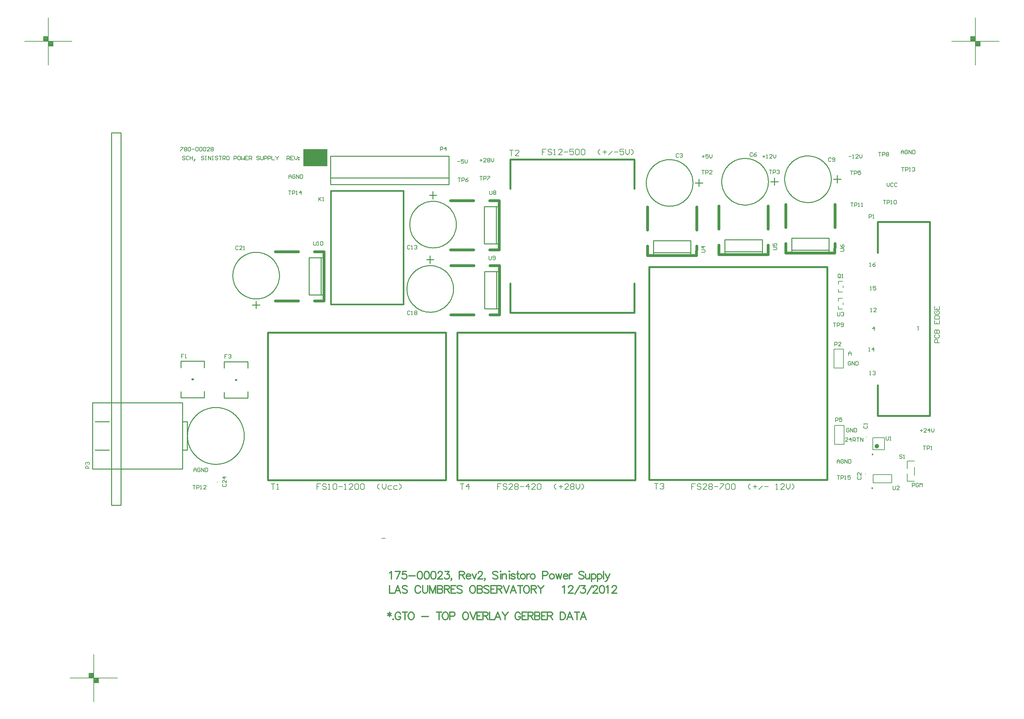
<source format=gto>
%FSLAX23Y23*%
%MOIN*%
G70*
G01*
G75*
G04 Layer_Color=65535*
%ADD10R,0.209X0.079*%
%ADD11R,0.050X0.050*%
%ADD12R,0.036X0.036*%
%ADD13R,0.059X0.039*%
%ADD14O,0.014X0.067*%
%ADD15O,0.024X0.079*%
%ADD16C,0.050*%
%ADD17C,0.010*%
%ADD18C,0.100*%
%ADD19C,0.025*%
%ADD20C,0.007*%
%ADD21C,0.012*%
%ADD22C,0.008*%
%ADD23C,0.012*%
%ADD24C,0.012*%
%ADD25C,0.020*%
%ADD26C,0.080*%
%ADD27R,0.059X0.059*%
%ADD28C,0.059*%
%ADD29C,0.065*%
%ADD30R,0.079X0.079*%
%ADD31C,0.079*%
%ADD32R,0.100X0.100*%
%ADD33C,0.100*%
%ADD34C,0.070*%
%ADD35R,0.100X0.100*%
%ADD36R,0.059X0.059*%
%ADD37R,0.079X0.079*%
%ADD38C,0.110*%
%ADD39R,0.110X0.110*%
%ADD40C,0.120*%
%ADD41R,0.120X0.120*%
%ADD42C,0.157*%
%ADD43C,0.024*%
%ADD44C,0.050*%
%ADD45C,0.020*%
%ADD46C,0.040*%
%ADD47C,0.005*%
%ADD48C,0.030*%
G04:AMPARAMS|DCode=49|XSize=112mil|YSize=112mil|CornerRadius=0mil|HoleSize=0mil|Usage=FLASHONLY|Rotation=0.000|XOffset=0mil|YOffset=0mil|HoleType=Round|Shape=Relief|Width=10mil|Gap=10mil|Entries=4|*
%AMTHD49*
7,0,0,0.112,0.092,0.010,45*
%
%ADD49THD49*%
%ADD50C,0.072*%
%ADD51C,0.055*%
G04:AMPARAMS|DCode=52|XSize=95.433mil|YSize=95.433mil|CornerRadius=0mil|HoleSize=0mil|Usage=FLASHONLY|Rotation=0.000|XOffset=0mil|YOffset=0mil|HoleType=Round|Shape=Relief|Width=10mil|Gap=10mil|Entries=4|*
%AMTHD52*
7,0,0,0.095,0.075,0.010,45*
%
%ADD52THD52*%
%ADD53C,0.170*%
%ADD54C,0.060*%
%ADD55C,0.067*%
G04:AMPARAMS|DCode=56|XSize=107.244mil|YSize=107.244mil|CornerRadius=0mil|HoleSize=0mil|Usage=FLASHONLY|Rotation=0.000|XOffset=0mil|YOffset=0mil|HoleType=Round|Shape=Relief|Width=10mil|Gap=10mil|Entries=4|*
%AMTHD56*
7,0,0,0.107,0.087,0.010,45*
%
%ADD56THD56*%
G04:AMPARAMS|DCode=57|XSize=120mil|YSize=120mil|CornerRadius=0mil|HoleSize=0mil|Usage=FLASHONLY|Rotation=0.000|XOffset=0mil|YOffset=0mil|HoleType=Round|Shape=Relief|Width=10mil|Gap=10mil|Entries=4|*
%AMTHD57*
7,0,0,0.120,0.100,0.010,45*
%
%ADD57THD57*%
G04:AMPARAMS|DCode=58|XSize=100mil|YSize=100mil|CornerRadius=0mil|HoleSize=0mil|Usage=FLASHONLY|Rotation=0.000|XOffset=0mil|YOffset=0mil|HoleType=Round|Shape=Relief|Width=10mil|Gap=10mil|Entries=4|*
%AMTHD58*
7,0,0,0.100,0.080,0.010,45*
%
%ADD58THD58*%
%ADD59C,0.059*%
%ADD60C,0.091*%
%ADD61C,0.090*%
%ADD62C,0.186*%
G04:AMPARAMS|DCode=63|XSize=88mil|YSize=88mil|CornerRadius=0mil|HoleSize=0mil|Usage=FLASHONLY|Rotation=0.000|XOffset=0mil|YOffset=0mil|HoleType=Round|Shape=Relief|Width=10mil|Gap=10mil|Entries=4|*
%AMTHD63*
7,0,0,0.088,0.068,0.010,45*
%
%ADD63THD63*%
%ADD64C,0.048*%
G04:AMPARAMS|DCode=65|XSize=70mil|YSize=70mil|CornerRadius=0mil|HoleSize=0mil|Usage=FLASHONLY|Rotation=0.000|XOffset=0mil|YOffset=0mil|HoleType=Round|Shape=Relief|Width=10mil|Gap=10mil|Entries=4|*
%AMTHD65*
7,0,0,0.070,0.050,0.010,45*
%
%ADD65THD65*%
%ADD66R,0.063X0.075*%
%ADD67R,0.079X0.209*%
%ADD68R,0.102X0.094*%
%ADD69R,0.268X0.272*%
%ADD70R,0.037X0.075*%
%ADD71R,0.150X0.106*%
%ADD72R,0.050X0.050*%
%ADD73R,0.036X0.032*%
%ADD74R,0.035X0.037*%
%ADD75R,0.035X0.037*%
%ADD76R,0.032X0.036*%
%ADD77R,0.272X0.268*%
%ADD78R,0.075X0.037*%
%ADD79O,0.028X0.098*%
%ADD80C,0.020*%
%ADD81C,0.010*%
%ADD82C,0.024*%
%ADD83C,0.010*%
%ADD84C,0.008*%
%ADD85C,0.030*%
%ADD86C,0.006*%
%ADD87C,0.007*%
%ADD88C,0.015*%
%ADD89R,0.043X0.008*%
%ADD90R,0.257X0.184*%
D17*
X23159Y19038D02*
X23159Y19048D01*
X23158Y19058D01*
X23157Y19068D01*
X23156Y19078D01*
X23154Y19087D01*
X23152Y19097D01*
X23149Y19107D01*
X23146Y19116D01*
X23143Y19126D01*
X23139Y19135D01*
X23135Y19144D01*
X23131Y19153D01*
X23126Y19162D01*
X23121Y19170D01*
X23115Y19178D01*
X23109Y19187D01*
X23103Y19194D01*
X23097Y19202D01*
X23090Y19209D01*
X23083Y19216D01*
X23075Y19223D01*
X23068Y19229D01*
X23060Y19236D01*
X23052Y19241D01*
X23043Y19247D01*
X23035Y19252D01*
X23026Y19257D01*
X23017Y19261D01*
X23008Y19265D01*
X22999Y19269D01*
X22989Y19272D01*
X22980Y19275D01*
X22970Y19277D01*
X22960Y19279D01*
X22950Y19281D01*
X22941Y19282D01*
X22931Y19283D01*
X22921Y19284D01*
X22911Y19284D01*
X22901Y19284D01*
X22891Y19283D01*
X22881Y19282D01*
X22871Y19280D01*
X22861Y19278D01*
X22851Y19276D01*
X22842Y19273D01*
X22832Y19270D01*
X22823Y19267D01*
X22814Y19263D01*
X22805Y19259D01*
X22796Y19254D01*
X22787Y19249D01*
X22779Y19244D01*
X22771Y19238D01*
X22763Y19233D01*
X22755Y19226D01*
X22747Y19220D01*
X22740Y19213D01*
X22733Y19206D01*
X22726Y19198D01*
X22720Y19191D01*
X22714Y19183D01*
X22708Y19174D01*
X22703Y19166D01*
X22698Y19157D01*
X22693Y19149D01*
X22689Y19140D01*
X22685Y19130D01*
X22682Y19121D01*
X22678Y19112D01*
X22676Y19102D01*
X22673Y19092D01*
X22671Y19083D01*
X22670Y19073D01*
X22668Y19063D01*
X22668Y19053D01*
X22667Y19043D01*
Y19033D01*
X22668Y19023D01*
X22668Y19013D01*
X22670Y19003D01*
X22671Y18993D01*
X22673Y18984D01*
X22676Y18974D01*
X22678Y18964D01*
X22682Y18955D01*
X22685Y18945D01*
X22689Y18936D01*
X22693Y18927D01*
X22698Y18919D01*
X22703Y18910D01*
X22708Y18901D01*
X22714Y18893D01*
X22720Y18885D01*
X22726Y18878D01*
X22733Y18870D01*
X22740Y18863D01*
X22747Y18856D01*
X22755Y18850D01*
X22763Y18843D01*
X22771Y18837D01*
X22779Y18832D01*
X22787Y18827D01*
X22796Y18822D01*
X22805Y18817D01*
X22814Y18813D01*
X22823Y18809D01*
X22832Y18805D01*
X22842Y18802D01*
X22851Y18800D01*
X22861Y18797D01*
X22871Y18796D01*
X22881Y18794D01*
X22891Y18793D01*
X22901Y18792D01*
X22911Y18792D01*
X22921Y18792D01*
X22931Y18792D01*
X22941Y18793D01*
X22950Y18795D01*
X22960Y18796D01*
X22970Y18799D01*
X22980Y18801D01*
X22989Y18804D01*
X22999Y18807D01*
X23008Y18811D01*
X23017Y18815D01*
X23026Y18819D01*
X23035Y18824D01*
X23043Y18829D01*
X23052Y18835D01*
X23060Y18840D01*
X23068Y18846D01*
X23075Y18853D01*
X23083Y18860D01*
X23090Y18867D01*
X23097Y18874D01*
X23103Y18881D01*
X23109Y18889D01*
X23115Y18897D01*
X23121Y18906D01*
X23126Y18914D01*
X23131Y18923D01*
X23135Y18932D01*
X23139Y18941D01*
X23143Y18950D01*
X23146Y18960D01*
X23149Y18969D01*
X23152Y18979D01*
X23154Y18988D01*
X23156Y18998D01*
X23157Y19008D01*
X23158Y19018D01*
X23159Y19028D01*
X23159Y19038D01*
X23956Y19051D02*
X23956Y19061D01*
X23955Y19071D01*
X23954Y19081D01*
X23953Y19091D01*
X23951Y19100D01*
X23949Y19110D01*
X23946Y19120D01*
X23943Y19129D01*
X23940Y19139D01*
X23936Y19148D01*
X23932Y19157D01*
X23927Y19166D01*
X23922Y19175D01*
X23917Y19183D01*
X23912Y19191D01*
X23906Y19200D01*
X23900Y19207D01*
X23893Y19215D01*
X23886Y19222D01*
X23879Y19229D01*
X23872Y19236D01*
X23864Y19242D01*
X23856Y19249D01*
X23848Y19254D01*
X23840Y19260D01*
X23831Y19265D01*
X23823Y19270D01*
X23814Y19274D01*
X23804Y19278D01*
X23795Y19282D01*
X23786Y19285D01*
X23776Y19288D01*
X23767Y19290D01*
X23757Y19292D01*
X23747Y19294D01*
X23737Y19295D01*
X23727Y19296D01*
X23717Y19297D01*
X23707Y19297D01*
X23697Y19297D01*
X23687Y19296D01*
X23677Y19295D01*
X23668Y19293D01*
X23658Y19291D01*
X23648Y19289D01*
X23638Y19286D01*
X23629Y19283D01*
X23620Y19280D01*
X23610Y19276D01*
X23601Y19272D01*
X23593Y19267D01*
X23584Y19262D01*
X23575Y19257D01*
X23567Y19251D01*
X23559Y19246D01*
X23551Y19239D01*
X23544Y19233D01*
X23537Y19226D01*
X23530Y19219D01*
X23523Y19211D01*
X23517Y19204D01*
X23511Y19196D01*
X23505Y19187D01*
X23500Y19179D01*
X23495Y19170D01*
X23490Y19162D01*
X23486Y19153D01*
X23482Y19143D01*
X23478Y19134D01*
X23475Y19125D01*
X23472Y19115D01*
X23470Y19105D01*
X23468Y19096D01*
X23466Y19086D01*
X23465Y19076D01*
X23464Y19066D01*
X23464Y19056D01*
Y19046D01*
X23464Y19036D01*
X23465Y19026D01*
X23466Y19016D01*
X23468Y19006D01*
X23470Y18997D01*
X23472Y18987D01*
X23475Y18977D01*
X23478Y18968D01*
X23482Y18958D01*
X23486Y18949D01*
X23490Y18940D01*
X23495Y18932D01*
X23500Y18923D01*
X23505Y18914D01*
X23511Y18906D01*
X23517Y18898D01*
X23523Y18891D01*
X23530Y18883D01*
X23537Y18876D01*
X23544Y18869D01*
X23551Y18863D01*
X23559Y18856D01*
X23567Y18850D01*
X23575Y18845D01*
X23584Y18840D01*
X23593Y18835D01*
X23601Y18830D01*
X23610Y18826D01*
X23620Y18822D01*
X23629Y18818D01*
X23638Y18815D01*
X23648Y18813D01*
X23658Y18810D01*
X23668Y18809D01*
X23677Y18807D01*
X23687Y18806D01*
X23697Y18805D01*
X23707Y18805D01*
X23717Y18805D01*
X23727Y18805D01*
X23737Y18806D01*
X23747Y18808D01*
X23757Y18809D01*
X23767Y18812D01*
X23776Y18814D01*
X23786Y18817D01*
X23795Y18820D01*
X23804Y18824D01*
X23814Y18828D01*
X23823Y18832D01*
X23831Y18837D01*
X23840Y18842D01*
X23848Y18848D01*
X23856Y18853D01*
X23864Y18859D01*
X23872Y18866D01*
X23879Y18873D01*
X23886Y18880D01*
X23893Y18887D01*
X23900Y18894D01*
X23906Y18902D01*
X23912Y18910D01*
X23917Y18919D01*
X23922Y18927D01*
X23927Y18936D01*
X23932Y18945D01*
X23936Y18954D01*
X23940Y18963D01*
X23943Y18973D01*
X23946Y18982D01*
X23949Y18992D01*
X23951Y19001D01*
X23953Y19011D01*
X23954Y19021D01*
X23955Y19031D01*
X23956Y19041D01*
X23956Y19051D01*
X24620Y19077D02*
X24619Y19087D01*
X24619Y19097D01*
X24618Y19107D01*
X24616Y19117D01*
X24615Y19126D01*
X24612Y19136D01*
X24610Y19146D01*
X24607Y19155D01*
X24603Y19165D01*
X24600Y19174D01*
X24596Y19183D01*
X24591Y19192D01*
X24586Y19201D01*
X24581Y19209D01*
X24576Y19217D01*
X24570Y19226D01*
X24563Y19233D01*
X24557Y19241D01*
X24550Y19248D01*
X24543Y19255D01*
X24536Y19262D01*
X24528Y19268D01*
X24520Y19275D01*
X24512Y19280D01*
X24504Y19286D01*
X24495Y19291D01*
X24486Y19296D01*
X24477Y19300D01*
X24468Y19304D01*
X24459Y19308D01*
X24450Y19311D01*
X24440Y19314D01*
X24430Y19316D01*
X24421Y19318D01*
X24411Y19320D01*
X24401Y19321D01*
X24391Y19322D01*
X24381Y19323D01*
X24371Y19323D01*
X24361Y19323D01*
X24351Y19322D01*
X24341Y19321D01*
X24331Y19319D01*
X24322Y19317D01*
X24312Y19315D01*
X24302Y19312D01*
X24293Y19309D01*
X24283Y19306D01*
X24274Y19302D01*
X24265Y19298D01*
X24256Y19293D01*
X24248Y19288D01*
X24239Y19283D01*
X24231Y19277D01*
X24223Y19272D01*
X24215Y19265D01*
X24208Y19259D01*
X24200Y19252D01*
X24194Y19245D01*
X24187Y19237D01*
X24181Y19230D01*
X24175Y19222D01*
X24169Y19213D01*
X24163Y19205D01*
X24158Y19196D01*
X24154Y19188D01*
X24149Y19179D01*
X24146Y19169D01*
X24142Y19160D01*
X24139Y19151D01*
X24136Y19141D01*
X24134Y19131D01*
X24132Y19122D01*
X24130Y19112D01*
X24129Y19102D01*
X24128Y19092D01*
X24128Y19082D01*
Y19072D01*
X24128Y19062D01*
X24129Y19052D01*
X24130Y19042D01*
X24132Y19032D01*
X24134Y19023D01*
X24136Y19013D01*
X24139Y19003D01*
X24142Y18994D01*
X24146Y18984D01*
X24149Y18975D01*
X24154Y18966D01*
X24158Y18958D01*
X24163Y18949D01*
X24169Y18940D01*
X24175Y18932D01*
X24181Y18924D01*
X24187Y18917D01*
X24194Y18909D01*
X24200Y18902D01*
X24208Y18895D01*
X24215Y18889D01*
X24223Y18882D01*
X24231Y18876D01*
X24239Y18871D01*
X24248Y18866D01*
X24256Y18861D01*
X24265Y18856D01*
X24274Y18852D01*
X24283Y18848D01*
X24293Y18844D01*
X24302Y18841D01*
X24312Y18839D01*
X24322Y18836D01*
X24331Y18835D01*
X24341Y18833D01*
X24351Y18832D01*
X24361Y18831D01*
X24371Y18831D01*
X24381Y18831D01*
X24391Y18831D01*
X24401Y18832D01*
X24411Y18834D01*
X24421Y18835D01*
X24430Y18838D01*
X24440Y18840D01*
X24450Y18843D01*
X24459Y18846D01*
X24468Y18850D01*
X24477Y18854D01*
X24486Y18858D01*
X24495Y18863D01*
X24504Y18868D01*
X24512Y18874D01*
X24520Y18879D01*
X24528Y18885D01*
X24536Y18892D01*
X24543Y18899D01*
X24550Y18906D01*
X24557Y18913D01*
X24563Y18920D01*
X24570Y18928D01*
X24576Y18936D01*
X24581Y18945D01*
X24586Y18953D01*
X24591Y18962D01*
X24596Y18971D01*
X24600Y18980D01*
X24603Y18989D01*
X24607Y18999D01*
X24610Y19008D01*
X24612Y19018D01*
X24615Y19027D01*
X24616Y19037D01*
X24618Y19047D01*
X24619Y19057D01*
X24619Y19067D01*
X24620Y19077D01*
X18421Y16364D02*
X18421Y16374D01*
X18421Y16384D01*
X18420Y16394D01*
X18419Y16404D01*
X18417Y16414D01*
X18415Y16424D01*
X18413Y16434D01*
X18411Y16444D01*
X18408Y16453D01*
X18405Y16463D01*
X18401Y16472D01*
X18398Y16481D01*
X18394Y16491D01*
X18389Y16500D01*
X18385Y16508D01*
X18380Y16517D01*
X18374Y16526D01*
X18369Y16534D01*
X18363Y16542D01*
X18357Y16550D01*
X18351Y16558D01*
X18344Y16565D01*
X18337Y16573D01*
X18330Y16580D01*
X18323Y16587D01*
X18315Y16593D01*
X18307Y16600D01*
X18299Y16606D01*
X18291Y16612D01*
X18283Y16617D01*
X18274Y16622D01*
X18266Y16627D01*
X18257Y16632D01*
X18248Y16636D01*
X18239Y16640D01*
X18229Y16644D01*
X18220Y16648D01*
X18210Y16651D01*
X18201Y16654D01*
X18191Y16656D01*
X18181Y16658D01*
X18171Y16660D01*
X18161Y16662D01*
X18151Y16663D01*
X18141Y16664D01*
X18131Y16664D01*
X18121Y16664D01*
X18111Y16664D01*
X18101Y16664D01*
X18091Y16663D01*
X18081Y16662D01*
X18072Y16660D01*
X18062Y16658D01*
X18052Y16656D01*
X18042Y16654D01*
X18033Y16651D01*
X18023Y16648D01*
X18014Y16644D01*
X18004Y16640D01*
X17995Y16636D01*
X17986Y16632D01*
X17977Y16627D01*
X17969Y16622D01*
X17960Y16617D01*
X17952Y16612D01*
X17944Y16606D01*
X17936Y16600D01*
X17928Y16593D01*
X17920Y16587D01*
X17913Y16580D01*
X17906Y16573D01*
X17899Y16565D01*
X17892Y16558D01*
X17886Y16550D01*
X17880Y16542D01*
X17874Y16534D01*
X17869Y16526D01*
X17863Y16517D01*
X17858Y16508D01*
X17854Y16500D01*
X17849Y16491D01*
X17845Y16481D01*
X17842Y16472D01*
X17838Y16463D01*
X17835Y16453D01*
X17832Y16444D01*
X17830Y16434D01*
X17827Y16424D01*
X17826Y16414D01*
X17824Y16404D01*
X17823Y16394D01*
X17822Y16384D01*
X17822Y16374D01*
X17821Y16364D01*
X17822Y16354D01*
X17822Y16344D01*
X17823Y16334D01*
X17824Y16324D01*
X17826Y16314D01*
X17827Y16304D01*
X17830Y16295D01*
X17832Y16285D01*
X17835Y16275D01*
X17838Y16266D01*
X17842Y16256D01*
X17845Y16247D01*
X17849Y16238D01*
X17854Y16229D01*
X17858Y16220D01*
X17863Y16211D01*
X17869Y16203D01*
X17874Y16194D01*
X17880Y16186D01*
X17886Y16178D01*
X17892Y16171D01*
X17899Y16163D01*
X17906Y16156D01*
X17913Y16149D01*
X17920Y16142D01*
X17928Y16135D01*
X17936Y16129D01*
X17944Y16123D01*
X17952Y16117D01*
X17960Y16111D01*
X17969Y16106D01*
X17977Y16101D01*
X17986Y16096D01*
X17995Y16092D01*
X18004Y16088D01*
X18014Y16084D01*
X18023Y16081D01*
X18033Y16078D01*
X18042Y16075D01*
X18052Y16072D01*
X18062Y16070D01*
X18072Y16068D01*
X18081Y16067D01*
X18091Y16066D01*
X18101Y16065D01*
X18111Y16064D01*
X18121Y16064D01*
X18131Y16064D01*
X18141Y16065D01*
X18151Y16066D01*
X18161Y16067D01*
X18171Y16068D01*
X18181Y16070D01*
X18191Y16072D01*
X18201Y16075D01*
X18210Y16078D01*
X18220Y16081D01*
X18229Y16084D01*
X18239Y16088D01*
X18248Y16092D01*
X18257Y16096D01*
X18266Y16101D01*
X18274Y16106D01*
X18283Y16111D01*
X18291Y16117D01*
X18299Y16123D01*
X18307Y16129D01*
X18315Y16135D01*
X18323Y16142D01*
X18330Y16149D01*
X18337Y16156D01*
X18344Y16163D01*
X18351Y16171D01*
X18357Y16178D01*
X18363Y16186D01*
X18369Y16194D01*
X18374Y16203D01*
X18380Y16211D01*
X18385Y16220D01*
X18389Y16229D01*
X18394Y16238D01*
X18398Y16247D01*
X18401Y16256D01*
X18405Y16266D01*
X18408Y16275D01*
X18411Y16285D01*
X18413Y16295D01*
X18415Y16304D01*
X18417Y16314D01*
X18419Y16324D01*
X18420Y16334D01*
X18421Y16344D01*
X18421Y16354D01*
X18421Y16364D01*
X20661Y18597D02*
X20661Y18607D01*
X20660Y18617D01*
X20659Y18627D01*
X20658Y18637D01*
X20656Y18647D01*
X20654Y18657D01*
X20651Y18666D01*
X20648Y18676D01*
X20645Y18685D01*
X20641Y18695D01*
X20637Y18704D01*
X20633Y18713D01*
X20628Y18721D01*
X20623Y18730D01*
X20617Y18738D01*
X20611Y18746D01*
X20605Y18754D01*
X20599Y18762D01*
X20592Y18769D01*
X20585Y18776D01*
X20577Y18783D01*
X20570Y18789D01*
X20562Y18795D01*
X20554Y18801D01*
X20545Y18806D01*
X20537Y18811D01*
X20528Y18816D01*
X20519Y18821D01*
X20510Y18825D01*
X20501Y18828D01*
X20491Y18832D01*
X20482Y18834D01*
X20472Y18837D01*
X20462Y18839D01*
X20452Y18841D01*
X20443Y18842D01*
X20433Y18843D01*
X20423Y18843D01*
X20413Y18844D01*
X20403Y18843D01*
X20393Y18843D01*
X20383Y18841D01*
X20373Y18840D01*
X20363Y18838D01*
X20353Y18836D01*
X20344Y18833D01*
X20334Y18830D01*
X20325Y18826D01*
X20316Y18823D01*
X20307Y18818D01*
X20298Y18814D01*
X20289Y18809D01*
X20281Y18804D01*
X20273Y18798D01*
X20265Y18792D01*
X20257Y18786D01*
X20249Y18779D01*
X20242Y18772D01*
X20235Y18765D01*
X20228Y18758D01*
X20222Y18750D01*
X20216Y18742D01*
X20210Y18734D01*
X20205Y18726D01*
X20200Y18717D01*
X20195Y18708D01*
X20191Y18699D01*
X20187Y18690D01*
X20184Y18681D01*
X20180Y18671D01*
X20178Y18662D01*
X20175Y18652D01*
X20173Y18642D01*
X20172Y18632D01*
X20170Y18622D01*
X20170Y18612D01*
X20169Y18602D01*
Y18593D01*
X20170Y18583D01*
X20170Y18573D01*
X20172Y18563D01*
X20173Y18553D01*
X20175Y18543D01*
X20178Y18533D01*
X20180Y18524D01*
X20184Y18514D01*
X20187Y18505D01*
X20191Y18496D01*
X20195Y18487D01*
X20200Y18478D01*
X20205Y18469D01*
X20210Y18461D01*
X20216Y18453D01*
X20222Y18445D01*
X20228Y18437D01*
X20235Y18430D01*
X20242Y18423D01*
X20249Y18416D01*
X20257Y18409D01*
X20265Y18403D01*
X20273Y18397D01*
X20281Y18391D01*
X20289Y18386D01*
X20298Y18381D01*
X20307Y18377D01*
X20316Y18372D01*
X20325Y18369D01*
X20334Y18365D01*
X20344Y18362D01*
X20353Y18359D01*
X20363Y18357D01*
X20373Y18355D01*
X20383Y18354D01*
X20393Y18352D01*
X20403Y18352D01*
X20413Y18351D01*
X20423Y18352D01*
X20433Y18352D01*
X20443Y18353D01*
X20452Y18354D01*
X20462Y18356D01*
X20472Y18358D01*
X20482Y18361D01*
X20491Y18363D01*
X20501Y18367D01*
X20510Y18370D01*
X20519Y18374D01*
X20528Y18379D01*
X20537Y18384D01*
X20545Y18389D01*
X20554Y18394D01*
X20562Y18400D01*
X20570Y18406D01*
X20577Y18412D01*
X20585Y18419D01*
X20592Y18426D01*
X20599Y18433D01*
X20605Y18441D01*
X20611Y18449D01*
X20617Y18457D01*
X20623Y18465D01*
X20628Y18474D01*
X20633Y18482D01*
X20637Y18491D01*
X20641Y18500D01*
X20645Y18510D01*
X20648Y18519D01*
X20651Y18529D01*
X20654Y18538D01*
X20656Y18548D01*
X20658Y18558D01*
X20659Y18568D01*
X20660Y18578D01*
X20661Y18588D01*
X20661Y18597D01*
X20631Y17917D02*
X20631Y17927D01*
X20630Y17937D01*
X20629Y17947D01*
X20628Y17957D01*
X20626Y17967D01*
X20624Y17977D01*
X20621Y17986D01*
X20618Y17996D01*
X20615Y18005D01*
X20611Y18014D01*
X20607Y18023D01*
X20603Y18032D01*
X20598Y18041D01*
X20593Y18050D01*
X20587Y18058D01*
X20581Y18066D01*
X20575Y18074D01*
X20569Y18081D01*
X20562Y18089D01*
X20555Y18096D01*
X20547Y18102D01*
X20540Y18109D01*
X20532Y18115D01*
X20524Y18121D01*
X20515Y18126D01*
X20507Y18131D01*
X20498Y18136D01*
X20489Y18140D01*
X20480Y18144D01*
X20471Y18148D01*
X20461Y18151D01*
X20452Y18154D01*
X20442Y18157D01*
X20432Y18159D01*
X20422Y18161D01*
X20413Y18162D01*
X20403Y18163D01*
X20393Y18163D01*
X20383Y18163D01*
X20373Y18163D01*
X20363Y18162D01*
X20353Y18161D01*
X20343Y18160D01*
X20333Y18158D01*
X20323Y18156D01*
X20314Y18153D01*
X20304Y18150D01*
X20295Y18146D01*
X20286Y18142D01*
X20277Y18138D01*
X20268Y18134D01*
X20259Y18129D01*
X20251Y18123D01*
X20243Y18118D01*
X20235Y18112D01*
X20227Y18106D01*
X20219Y18099D01*
X20212Y18092D01*
X20205Y18085D01*
X20198Y18078D01*
X20192Y18070D01*
X20186Y18062D01*
X20180Y18054D01*
X20175Y18045D01*
X20170Y18037D01*
X20165Y18028D01*
X20161Y18019D01*
X20157Y18010D01*
X20154Y18000D01*
X20150Y17991D01*
X20148Y17981D01*
X20145Y17972D01*
X20143Y17962D01*
X20142Y17952D01*
X20140Y17942D01*
X20140Y17932D01*
X20139Y17922D01*
Y17912D01*
X20140Y17902D01*
X20140Y17892D01*
X20142Y17883D01*
X20143Y17873D01*
X20145Y17863D01*
X20148Y17853D01*
X20150Y17844D01*
X20154Y17834D01*
X20157Y17825D01*
X20161Y17816D01*
X20165Y17807D01*
X20170Y17798D01*
X20175Y17789D01*
X20180Y17781D01*
X20186Y17773D01*
X20192Y17765D01*
X20198Y17757D01*
X20205Y17750D01*
X20212Y17742D01*
X20219Y17736D01*
X20227Y17729D01*
X20235Y17723D01*
X20243Y17717D01*
X20251Y17711D01*
X20259Y17706D01*
X20268Y17701D01*
X20277Y17696D01*
X20286Y17692D01*
X20295Y17688D01*
X20304Y17685D01*
X20314Y17682D01*
X20323Y17679D01*
X20333Y17677D01*
X20343Y17675D01*
X20353Y17673D01*
X20363Y17672D01*
X20373Y17672D01*
X20383Y17671D01*
X20393Y17671D01*
X20403Y17672D01*
X20413Y17673D01*
X20422Y17674D01*
X20432Y17676D01*
X20442Y17678D01*
X20452Y17680D01*
X20461Y17683D01*
X20471Y17687D01*
X20480Y17690D01*
X20489Y17694D01*
X20498Y17699D01*
X20507Y17703D01*
X20515Y17709D01*
X20524Y17714D01*
X20532Y17720D01*
X20540Y17726D01*
X20547Y17732D01*
X20555Y17739D01*
X20562Y17746D01*
X20569Y17753D01*
X20575Y17761D01*
X20581Y17769D01*
X20587Y17777D01*
X20593Y17785D01*
X20598Y17794D01*
X20603Y17802D01*
X20607Y17811D01*
X20611Y17820D01*
X20615Y17830D01*
X20618Y17839D01*
X20621Y17848D01*
X20624Y17858D01*
X20626Y17868D01*
X20628Y17878D01*
X20629Y17887D01*
X20630Y17897D01*
X20631Y17907D01*
X20631Y17917D01*
X18793Y18058D02*
X18792Y18068D01*
X18792Y18078D01*
X18791Y18088D01*
X18789Y18098D01*
X18787Y18108D01*
X18785Y18118D01*
X18783Y18127D01*
X18780Y18137D01*
X18776Y18146D01*
X18773Y18155D01*
X18768Y18164D01*
X18764Y18173D01*
X18759Y18182D01*
X18754Y18191D01*
X18748Y18199D01*
X18743Y18207D01*
X18736Y18215D01*
X18730Y18222D01*
X18723Y18230D01*
X18716Y18237D01*
X18709Y18243D01*
X18701Y18250D01*
X18693Y18256D01*
X18685Y18262D01*
X18677Y18267D01*
X18668Y18272D01*
X18659Y18277D01*
X18650Y18281D01*
X18641Y18285D01*
X18632Y18289D01*
X18622Y18292D01*
X18613Y18295D01*
X18603Y18298D01*
X18594Y18300D01*
X18584Y18302D01*
X18574Y18303D01*
X18564Y18304D01*
X18554Y18304D01*
X18544Y18304D01*
X18534Y18304D01*
X18524Y18303D01*
X18514Y18302D01*
X18504Y18301D01*
X18494Y18299D01*
X18485Y18297D01*
X18475Y18294D01*
X18466Y18291D01*
X18456Y18287D01*
X18447Y18283D01*
X18438Y18279D01*
X18429Y18275D01*
X18421Y18270D01*
X18412Y18264D01*
X18404Y18259D01*
X18396Y18253D01*
X18388Y18247D01*
X18381Y18240D01*
X18373Y18233D01*
X18366Y18226D01*
X18360Y18219D01*
X18353Y18211D01*
X18347Y18203D01*
X18342Y18195D01*
X18336Y18186D01*
X18331Y18178D01*
X18327Y18169D01*
X18322Y18160D01*
X18318Y18151D01*
X18315Y18141D01*
X18312Y18132D01*
X18309Y18122D01*
X18306Y18113D01*
X18304Y18103D01*
X18303Y18093D01*
X18302Y18083D01*
X18301Y18073D01*
X18300Y18063D01*
Y18053D01*
X18301Y18043D01*
X18302Y18033D01*
X18303Y18024D01*
X18304Y18014D01*
X18306Y18004D01*
X18309Y17994D01*
X18312Y17985D01*
X18315Y17975D01*
X18318Y17966D01*
X18322Y17957D01*
X18327Y17948D01*
X18331Y17939D01*
X18336Y17930D01*
X18342Y17922D01*
X18347Y17914D01*
X18353Y17906D01*
X18360Y17898D01*
X18366Y17891D01*
X18373Y17883D01*
X18381Y17877D01*
X18388Y17870D01*
X18396Y17864D01*
X18404Y17858D01*
X18412Y17852D01*
X18421Y17847D01*
X18429Y17842D01*
X18438Y17837D01*
X18447Y17833D01*
X18456Y17829D01*
X18466Y17826D01*
X18475Y17823D01*
X18485Y17820D01*
X18494Y17818D01*
X18504Y17816D01*
X18514Y17814D01*
X18524Y17813D01*
X18534Y17813D01*
X18544Y17812D01*
X18554Y17812D01*
X18564Y17813D01*
X18574Y17814D01*
X18584Y17815D01*
X18594Y17817D01*
X18603Y17819D01*
X18613Y17821D01*
X18622Y17824D01*
X18632Y17828D01*
X18641Y17831D01*
X18650Y17835D01*
X18659Y17840D01*
X18668Y17844D01*
X18677Y17850D01*
X18685Y17855D01*
X18693Y17861D01*
X18701Y17867D01*
X18709Y17873D01*
X18716Y17880D01*
X18723Y17887D01*
X18730Y17894D01*
X18736Y17902D01*
X18743Y17910D01*
X18748Y17918D01*
X18754Y17926D01*
X18759Y17935D01*
X18764Y17943D01*
X18768Y17952D01*
X18773Y17961D01*
X18776Y17971D01*
X18780Y17980D01*
X18783Y17989D01*
X18785Y17999D01*
X18787Y18009D01*
X18789Y18019D01*
X18791Y18028D01*
X18792Y18038D01*
X18792Y18048D01*
X18793Y18058D01*
X23223Y19038D02*
Y19077D01*
Y19038D02*
X23263D01*
X23223Y18999D02*
Y19038D01*
X23184D02*
X23223D01*
X24020Y19051D02*
Y19090D01*
Y19051D02*
X24059D01*
X24020Y19012D02*
Y19051D01*
X23980D02*
X24020D01*
X24684Y19077D02*
Y19116D01*
Y19077D02*
X24723D01*
X24684Y19038D02*
Y19077D01*
X24644D02*
X24684D01*
X23136Y18428D02*
X23136Y18270D01*
X22742Y18428D02*
X23136D01*
X22742Y18270D02*
X22742Y18428D01*
X22742Y18270D02*
X22742Y18300D01*
X23136D01*
X23892Y18437D02*
X23892Y18279D01*
X23498Y18437D02*
X23892D01*
X23498Y18279D02*
X23498Y18437D01*
X23498Y18279D02*
X23498Y18309D01*
X23892D01*
X24596Y18296D02*
Y18454D01*
X24202D02*
X24596D01*
X24202Y18296D02*
Y18454D01*
Y18296D02*
Y18326D01*
X24596D01*
X16846Y16214D02*
X16996D01*
X16846Y16514D02*
X16996D01*
X17021Y16014D02*
Y16714D01*
X16821D02*
X17021D01*
X17771Y16214D02*
Y16514D01*
Y16714D01*
Y16514D02*
X17821D01*
X17771Y16014D02*
Y16214D01*
X16821Y16664D02*
Y16714D01*
X17771D01*
X16821Y16014D02*
X17771D01*
X16821D02*
Y16664D01*
X17821Y16214D02*
Y16514D01*
X17771Y16214D02*
X17821D01*
X20376Y18907D02*
X20415D01*
Y18947D01*
Y18907D02*
X20455D01*
X20415Y18868D02*
Y18907D01*
X20346Y18227D02*
X20385D01*
Y18267D01*
Y18227D02*
X20425D01*
X20385Y18188D02*
Y18227D01*
X18546Y17748D02*
X18586D01*
X18546Y17709D02*
Y17748D01*
X18507D02*
X18546D01*
Y17788D01*
X20551Y19091D02*
X20583D01*
X19333D02*
X20551D01*
X19333Y19321D02*
X20583D01*
X19413Y19021D02*
X20583D01*
Y19201D01*
X19333Y19021D02*
X19413D01*
X19333D02*
Y19321D01*
X20583Y19201D02*
Y19321D01*
X20957Y18787D02*
X21115Y18787D01*
X20957Y18393D02*
Y18787D01*
Y18393D02*
X21115Y18393D01*
X21085Y18393D02*
X21115Y18393D01*
X21085Y18393D02*
Y18787D01*
X20960Y18100D02*
X21117Y18100D01*
X20960Y17706D02*
Y18100D01*
Y17706D02*
X21117Y17706D01*
X21087Y17706D02*
X21117Y17706D01*
X21087Y17706D02*
Y18100D01*
X19107Y18247D02*
X19265D01*
X19107Y17853D02*
Y18247D01*
Y17853D02*
X19265D01*
X19235D02*
X19265D01*
X19235D02*
Y18247D01*
X17021Y15630D02*
X17121D01*
X17021D02*
Y19567D01*
X17121D01*
Y15630D02*
Y19567D01*
D20*
X17785Y17226D02*
X17759D01*
Y17206D01*
X17772D01*
X17759D01*
Y17186D01*
X17799D02*
X17812D01*
X17805D01*
Y17226D01*
X17799Y17220D01*
X18243Y17222D02*
X18216D01*
Y17202D01*
X18229D01*
X18216D01*
Y17182D01*
X18256Y17216D02*
X18263Y17222D01*
X18276D01*
X18283Y17216D01*
Y17209D01*
X18276Y17202D01*
X18269D01*
X18276D01*
X18283Y17196D01*
Y17189D01*
X18276Y17182D01*
X18263D01*
X18256Y17189D01*
X25365Y19199D02*
X25392D01*
X25378D01*
Y19159D01*
X25405D02*
Y19199D01*
X25425D01*
X25432Y19193D01*
Y19179D01*
X25425Y19173D01*
X25405D01*
X25445Y19159D02*
X25458D01*
X25452D01*
Y19199D01*
X25445Y19193D01*
X25478D02*
X25485Y19199D01*
X25498D01*
X25505Y19193D01*
Y19186D01*
X25498Y19179D01*
X25492D01*
X25498D01*
X25505Y19173D01*
Y19166D01*
X25498Y19159D01*
X25485D01*
X25478Y19166D01*
X25119Y19360D02*
X25146D01*
X25132D01*
Y19320D01*
X25159D02*
Y19360D01*
X25179D01*
X25186Y19353D01*
Y19340D01*
X25179Y19333D01*
X25159D01*
X25199Y19353D02*
X25206Y19360D01*
X25219D01*
X25226Y19353D01*
Y19347D01*
X25219Y19340D01*
X25226Y19333D01*
Y19327D01*
X25219Y19320D01*
X25206D01*
X25199Y19327D01*
Y19333D01*
X25206Y19340D01*
X25199Y19347D01*
Y19353D01*
X25206Y19340D02*
X25219D01*
X24658Y17313D02*
Y17353D01*
X24678D01*
X24684Y17347D01*
Y17333D01*
X24678Y17327D01*
X24658D01*
X24724Y17313D02*
X24698D01*
X24724Y17340D01*
Y17347D01*
X24718Y17353D01*
X24704D01*
X24698Y17347D01*
X25021Y18663D02*
Y18703D01*
X25041D01*
X25047Y18696D01*
Y18683D01*
X25041Y18676D01*
X25021D01*
X25060Y18663D02*
X25074D01*
X25067D01*
Y18703D01*
X25060Y18696D01*
X25532Y17483D02*
X25545D01*
X25539D01*
Y17523D01*
X25532Y17517D01*
X25027Y17008D02*
X25040D01*
X25034D01*
Y17048D01*
X25027Y17042D01*
X25060D02*
X25067Y17048D01*
X25080D01*
X25087Y17042D01*
Y17035D01*
X25080Y17028D01*
X25074D01*
X25080D01*
X25087Y17022D01*
Y17015D01*
X25080Y17008D01*
X25067D01*
X25060Y17015D01*
X25027Y18153D02*
X25040D01*
X25034D01*
Y18193D01*
X25027Y18187D01*
X25087Y18193D02*
X25074Y18187D01*
X25060Y18173D01*
Y18160D01*
X25067Y18153D01*
X25080D01*
X25087Y18160D01*
Y18167D01*
X25080Y18173D01*
X25060D01*
X25077Y17478D02*
Y17518D01*
X25057Y17498D01*
X25084D01*
X25037Y17673D02*
X25050D01*
X25044D01*
Y17713D01*
X25037Y17707D01*
X25097Y17673D02*
X25070D01*
X25097Y17700D01*
Y17707D01*
X25090Y17713D01*
X25077D01*
X25070Y17707D01*
X25017Y17258D02*
X25030D01*
X25024D01*
Y17298D01*
X25017Y17292D01*
X25070Y17258D02*
Y17298D01*
X25050Y17278D01*
X25077D01*
X25032Y17903D02*
X25045D01*
X25039D01*
Y17943D01*
X25032Y17937D01*
X25092Y17943D02*
X25065D01*
Y17923D01*
X25079Y17930D01*
X25085D01*
X25092Y17923D01*
Y17910D01*
X25085Y17903D01*
X25072D01*
X25065Y17910D01*
X23010Y19340D02*
X23003Y19347D01*
X22990D01*
X22983Y19340D01*
Y19314D01*
X22990Y19307D01*
X23003D01*
X23010Y19314D01*
X23023Y19340D02*
X23030Y19347D01*
X23043D01*
X23050Y19340D01*
Y19334D01*
X23043Y19327D01*
X23036D01*
X23043D01*
X23050Y19320D01*
Y19314D01*
X23043Y19307D01*
X23030D01*
X23023Y19314D01*
X23792Y19351D02*
X23785Y19358D01*
X23772D01*
X23765Y19351D01*
Y19325D01*
X23772Y19318D01*
X23785D01*
X23792Y19325D01*
X23832Y19358D02*
X23818Y19351D01*
X23805Y19338D01*
Y19325D01*
X23812Y19318D01*
X23825D01*
X23832Y19325D01*
Y19331D01*
X23825Y19338D01*
X23805D01*
X24619Y19295D02*
X24612Y19302D01*
X24599D01*
X24592Y19295D01*
Y19269D01*
X24599Y19262D01*
X24612D01*
X24619Y19269D01*
X24632D02*
X24639Y19262D01*
X24652D01*
X24659Y19269D01*
Y19295D01*
X24652Y19302D01*
X24639D01*
X24632Y19295D01*
Y19289D01*
X24639Y19282D01*
X24659D01*
X24667Y16515D02*
Y16555D01*
X24687D01*
X24694Y16548D01*
Y16535D01*
X24687Y16528D01*
X24667D01*
X24734Y16555D02*
X24707D01*
Y16535D01*
X24720Y16542D01*
X24727D01*
X24734Y16535D01*
Y16522D01*
X24727Y16515D01*
X24714D01*
X24707Y16522D01*
X25592Y16258D02*
X25619D01*
X25605D01*
Y16218D01*
X25632D02*
Y16258D01*
X25652D01*
X25659Y16251D01*
Y16238D01*
X25652Y16231D01*
X25632D01*
X25672Y16218D02*
X25685D01*
X25679D01*
Y16258D01*
X25672Y16251D01*
X24643Y17556D02*
X24670D01*
X24656D01*
Y17516D01*
X24683D02*
Y17556D01*
X24703D01*
X24710Y17549D01*
Y17536D01*
X24703Y17529D01*
X24683D01*
X24723Y17523D02*
X24730Y17516D01*
X24743D01*
X24750Y17523D01*
Y17549D01*
X24743Y17556D01*
X24730D01*
X24723Y17549D01*
Y17543D01*
X24730Y17536D01*
X24750D01*
X24828Y18827D02*
X24855D01*
X24841D01*
Y18787D01*
X24868D02*
Y18827D01*
X24888D01*
X24895Y18820D01*
Y18807D01*
X24888Y18800D01*
X24868D01*
X24908Y18787D02*
X24921D01*
X24915D01*
Y18827D01*
X24908Y18820D01*
X24941Y18787D02*
X24955D01*
X24948D01*
Y18827D01*
X24941Y18820D01*
X24683Y15944D02*
X24710D01*
X24696D01*
Y15904D01*
X24723D02*
Y15944D01*
X24743D01*
X24750Y15937D01*
Y15924D01*
X24743Y15917D01*
X24723D01*
X24763Y15904D02*
X24776D01*
X24770D01*
Y15944D01*
X24763Y15937D01*
X24823Y15944D02*
X24796D01*
Y15924D01*
X24810Y15931D01*
X24816D01*
X24823Y15924D01*
Y15911D01*
X24816Y15904D01*
X24803D01*
X24796Y15911D01*
X23249Y18304D02*
X23282D01*
X23289Y18311D01*
Y18324D01*
X23282Y18331D01*
X23249D01*
X23289Y18364D02*
X23249D01*
X23269Y18344D01*
Y18371D01*
X24007Y18330D02*
X24040D01*
X24047Y18337D01*
Y18350D01*
X24040Y18357D01*
X24007D01*
Y18397D02*
Y18370D01*
X24027D01*
X24021Y18383D01*
Y18390D01*
X24027Y18397D01*
X24040D01*
X24047Y18390D01*
Y18377D01*
X24040Y18370D01*
X24717Y18315D02*
X24750D01*
X24757Y18322D01*
Y18335D01*
X24750Y18342D01*
X24717D01*
Y18382D02*
X24724Y18368D01*
X24737Y18355D01*
X24750D01*
X24757Y18362D01*
Y18375D01*
X24750Y18382D01*
X24744D01*
X24737Y18375D01*
Y18355D01*
X18201Y15854D02*
X18194Y15847D01*
Y15834D01*
X18201Y15827D01*
X18227D01*
X18234Y15834D01*
Y15847D01*
X18227Y15854D01*
X18234Y15894D02*
Y15867D01*
X18208Y15894D01*
X18201D01*
X18194Y15887D01*
Y15874D01*
X18201Y15867D01*
X18234Y15927D02*
X18194D01*
X18214Y15907D01*
Y15934D01*
X16787Y16019D02*
X16747D01*
Y16039D01*
X16754Y16045D01*
X16767D01*
X16774Y16039D01*
Y16019D01*
X16754Y16059D02*
X16747Y16065D01*
Y16079D01*
X16754Y16085D01*
X16760D01*
X16767Y16079D01*
Y16072D01*
Y16079D01*
X16774Y16085D01*
X16780D01*
X16787Y16079D01*
Y16065D01*
X16780Y16059D01*
X24971Y16469D02*
X24964Y16462D01*
Y16449D01*
X24971Y16442D01*
X24998D01*
X25004Y16449D01*
Y16462D01*
X24998Y16469D01*
X25004Y16482D02*
Y16495D01*
Y16489D01*
X24964D01*
X24971Y16482D01*
X24905Y15932D02*
X24898Y15925D01*
Y15912D01*
X24905Y15905D01*
X24932D01*
X24938Y15912D01*
Y15925D01*
X24932Y15932D01*
X24938Y15972D02*
Y15945D01*
X24912Y15972D01*
X24905D01*
X24898Y15965D01*
Y15952D01*
X24905Y15945D01*
X24719Y18039D02*
Y18065D01*
X24712Y18072D01*
X24699D01*
X24692Y18065D01*
Y18039D01*
X24699Y18032D01*
X24712D01*
X24706Y18045D02*
X24719Y18032D01*
X24712D02*
X24719Y18039D01*
X24732Y18032D02*
X24746D01*
X24739D01*
Y18072D01*
X24732Y18065D01*
X25369Y16157D02*
X25362Y16164D01*
X25349D01*
X25342Y16157D01*
Y16151D01*
X25349Y16144D01*
X25362D01*
X25369Y16137D01*
Y16131D01*
X25362Y16124D01*
X25349D01*
X25342Y16131D01*
X25382Y16124D02*
X25396D01*
X25389D01*
Y16164D01*
X25382Y16157D01*
X25199Y16358D02*
Y16325D01*
X25206Y16318D01*
X25219D01*
X25226Y16325D01*
Y16358D01*
X25239Y16318D02*
X25253D01*
X25246D01*
Y16358D01*
X25239Y16351D01*
X24688Y17669D02*
Y17636D01*
X24695Y17629D01*
X24708D01*
X24715Y17636D01*
Y17669D01*
X24728Y17662D02*
X24735Y17669D01*
X24748D01*
X24755Y17662D01*
Y17656D01*
X24748Y17649D01*
X24742D01*
X24748D01*
X24755Y17642D01*
Y17636D01*
X24748Y17629D01*
X24735D01*
X24728Y17636D01*
X25274Y15833D02*
Y15800D01*
X25281Y15793D01*
X25294D01*
X25301Y15800D01*
Y15833D01*
X25341Y15793D02*
X25314D01*
X25341Y15820D01*
Y15826D01*
X25334Y15833D01*
X25321D01*
X25314Y15826D01*
X20173Y18369D02*
X20166Y18376D01*
X20153D01*
X20146Y18369D01*
Y18343D01*
X20153Y18336D01*
X20166D01*
X20173Y18343D01*
X20186Y18336D02*
X20199D01*
X20193D01*
Y18376D01*
X20186Y18369D01*
X20219D02*
X20226Y18376D01*
X20239D01*
X20246Y18369D01*
Y18363D01*
X20239Y18356D01*
X20233D01*
X20239D01*
X20246Y18349D01*
Y18343D01*
X20239Y18336D01*
X20226D01*
X20219Y18343D01*
X20173Y17676D02*
X20166Y17683D01*
X20153D01*
X20146Y17676D01*
Y17650D01*
X20153Y17643D01*
X20166D01*
X20173Y17650D01*
X20186Y17643D02*
X20199D01*
X20193D01*
Y17683D01*
X20186Y17676D01*
X20219D02*
X20226Y17683D01*
X20239D01*
X20246Y17676D01*
Y17670D01*
X20239Y17663D01*
X20246Y17656D01*
Y17650D01*
X20239Y17643D01*
X20226D01*
X20219Y17650D01*
Y17656D01*
X20226Y17663D01*
X20219Y17670D01*
Y17676D01*
X20226Y17663D02*
X20239D01*
X18361Y18363D02*
X18354Y18370D01*
X18341D01*
X18334Y18363D01*
Y18337D01*
X18341Y18330D01*
X18354D01*
X18361Y18337D01*
X18401Y18330D02*
X18374D01*
X18401Y18357D01*
Y18363D01*
X18394Y18370D01*
X18381D01*
X18374Y18363D01*
X18414Y18330D02*
X18427D01*
X18421D01*
Y18370D01*
X18414Y18363D01*
X19209Y18887D02*
Y18847D01*
Y18860D01*
X19236Y18887D01*
X19216Y18867D01*
X19236Y18847D01*
X19249D02*
X19262D01*
X19256D01*
Y18887D01*
X19249Y18880D01*
X20493Y19377D02*
Y19417D01*
X20513D01*
X20520Y19410D01*
Y19397D01*
X20513Y19390D01*
X20493D01*
X20553Y19377D02*
Y19417D01*
X20533Y19397D01*
X20560D01*
X23255Y19169D02*
X23282D01*
X23268D01*
Y19129D01*
X23295D02*
Y19169D01*
X23315D01*
X23322Y19162D01*
Y19149D01*
X23315Y19142D01*
X23295D01*
X23362Y19129D02*
X23335D01*
X23362Y19156D01*
Y19162D01*
X23355Y19169D01*
X23342D01*
X23335Y19162D01*
X23966Y19175D02*
X23993D01*
X23979D01*
Y19135D01*
X24006D02*
Y19175D01*
X24026D01*
X24033Y19168D01*
Y19155D01*
X24026Y19148D01*
X24006D01*
X24046Y19168D02*
X24053Y19175D01*
X24066D01*
X24073Y19168D01*
Y19161D01*
X24066Y19155D01*
X24059D01*
X24066D01*
X24073Y19148D01*
Y19141D01*
X24066Y19135D01*
X24053D01*
X24046Y19141D01*
X24825Y19165D02*
X24852D01*
X24838D01*
Y19125D01*
X24865D02*
Y19165D01*
X24885D01*
X24892Y19158D01*
Y19145D01*
X24885Y19138D01*
X24865D01*
X24932Y19165D02*
X24905D01*
Y19145D01*
X24918Y19152D01*
X24925D01*
X24932Y19145D01*
Y19132D01*
X24925Y19125D01*
X24912D01*
X24905Y19132D01*
X20680Y19090D02*
X20707D01*
X20693D01*
Y19050D01*
X20720D02*
Y19090D01*
X20740D01*
X20747Y19083D01*
Y19070D01*
X20740Y19063D01*
X20720D01*
X20787Y19090D02*
X20773Y19083D01*
X20760Y19070D01*
Y19056D01*
X20767Y19050D01*
X20780D01*
X20787Y19056D01*
Y19063D01*
X20780Y19070D01*
X20760D01*
X20910Y19106D02*
X20937D01*
X20923D01*
Y19066D01*
X20950D02*
Y19106D01*
X20970D01*
X20977Y19099D01*
Y19086D01*
X20970Y19079D01*
X20950D01*
X20990Y19106D02*
X21017D01*
Y19099D01*
X20990Y19073D01*
Y19066D01*
X25170Y18853D02*
X25197D01*
X25183D01*
Y18813D01*
X25210D02*
Y18853D01*
X25230D01*
X25237Y18846D01*
Y18833D01*
X25230Y18826D01*
X25210D01*
X25250Y18813D02*
X25263D01*
X25257D01*
Y18853D01*
X25250Y18846D01*
X25283D02*
X25290Y18853D01*
X25303D01*
X25310Y18846D01*
Y18820D01*
X25303Y18813D01*
X25290D01*
X25283Y18820D01*
Y18846D01*
X17879Y15839D02*
X17906D01*
X17892D01*
Y15799D01*
X17919D02*
Y15839D01*
X17939D01*
X17946Y15832D01*
Y15819D01*
X17939Y15812D01*
X17919D01*
X17959Y15799D02*
X17972D01*
X17966D01*
Y15839D01*
X17959Y15832D01*
X18019Y15799D02*
X17992D01*
X18019Y15826D01*
Y15832D01*
X18012Y15839D01*
X17999D01*
X17992Y15832D01*
X18890Y18954D02*
X18917D01*
X18903D01*
Y18914D01*
X18930D02*
Y18954D01*
X18950D01*
X18957Y18947D01*
Y18934D01*
X18950Y18927D01*
X18930D01*
X18970Y18914D02*
X18983D01*
X18977D01*
Y18954D01*
X18970Y18947D01*
X19023Y18914D02*
Y18954D01*
X19003Y18934D01*
X19030D01*
X21012Y18952D02*
Y18919D01*
X21019Y18912D01*
X21032D01*
X21039Y18919D01*
Y18952D01*
X21052Y18945D02*
X21059Y18952D01*
X21072D01*
X21079Y18945D01*
Y18939D01*
X21072Y18932D01*
X21079Y18925D01*
Y18919D01*
X21072Y18912D01*
X21059D01*
X21052Y18919D01*
Y18925D01*
X21059Y18932D01*
X21052Y18939D01*
Y18945D01*
X21059Y18932D02*
X21072D01*
X21006Y18263D02*
Y18230D01*
X21013Y18223D01*
X21026D01*
X21033Y18230D01*
Y18263D01*
X21046Y18230D02*
X21053Y18223D01*
X21066D01*
X21073Y18230D01*
Y18257D01*
X21066Y18263D01*
X21053D01*
X21046Y18257D01*
Y18250D01*
X21053Y18243D01*
X21073D01*
X19155Y18418D02*
Y18385D01*
X19162Y18378D01*
X19175D01*
X19182Y18385D01*
Y18418D01*
X19195Y18378D02*
X19208D01*
X19202D01*
Y18418D01*
X19195Y18411D01*
X19228D02*
X19235Y18418D01*
X19248D01*
X19255Y18411D01*
Y18385D01*
X19248Y18378D01*
X19235D01*
X19228Y18385D01*
Y18411D01*
X25477Y15823D02*
Y15863D01*
X25497D01*
X25504Y15856D01*
Y15843D01*
X25497Y15836D01*
X25477D01*
X25544Y15856D02*
X25537Y15863D01*
X25524D01*
X25517Y15856D01*
Y15829D01*
X25524Y15823D01*
X25537D01*
X25544Y15829D01*
Y15843D01*
X25531D01*
X25557Y15823D02*
Y15863D01*
X25571Y15849D01*
X25584Y15863D01*
Y15823D01*
X17750Y19414D02*
X17777D01*
Y19408D01*
X17750Y19381D01*
Y19374D01*
X17790Y19408D02*
X17797Y19414D01*
X17810D01*
X17817Y19408D01*
Y19401D01*
X17810Y19394D01*
X17817Y19388D01*
Y19381D01*
X17810Y19374D01*
X17797D01*
X17790Y19381D01*
Y19388D01*
X17797Y19394D01*
X17790Y19401D01*
Y19408D01*
X17797Y19394D02*
X17810D01*
X17830Y19408D02*
X17837Y19414D01*
X17850D01*
X17857Y19408D01*
Y19381D01*
X17850Y19374D01*
X17837D01*
X17830Y19381D01*
Y19408D01*
X17870Y19394D02*
X17897D01*
X17910Y19408D02*
X17917Y19414D01*
X17930D01*
X17937Y19408D01*
Y19381D01*
X17930Y19374D01*
X17917D01*
X17910Y19381D01*
Y19408D01*
X17950D02*
X17957Y19414D01*
X17970D01*
X17977Y19408D01*
Y19381D01*
X17970Y19374D01*
X17957D01*
X17950Y19381D01*
Y19408D01*
X17990D02*
X17997Y19414D01*
X18010D01*
X18017Y19408D01*
Y19381D01*
X18010Y19374D01*
X17997D01*
X17990Y19381D01*
Y19408D01*
X18057Y19374D02*
X18030D01*
X18057Y19401D01*
Y19408D01*
X18050Y19414D01*
X18037D01*
X18030Y19408D01*
X18070D02*
X18077Y19414D01*
X18090D01*
X18097Y19408D01*
Y19401D01*
X18090Y19394D01*
X18097Y19388D01*
Y19381D01*
X18090Y19374D01*
X18077D01*
X18070Y19381D01*
Y19388D01*
X18077Y19394D01*
X18070Y19401D01*
Y19408D01*
X18077Y19394D02*
X18090D01*
X17796Y19312D02*
X17789Y19319D01*
X17776D01*
X17769Y19312D01*
Y19306D01*
X17776Y19299D01*
X17789D01*
X17796Y19292D01*
Y19286D01*
X17789Y19279D01*
X17776D01*
X17769Y19286D01*
X17836Y19312D02*
X17829Y19319D01*
X17816D01*
X17809Y19312D01*
Y19286D01*
X17816Y19279D01*
X17829D01*
X17836Y19286D01*
X17849Y19319D02*
Y19279D01*
Y19299D01*
X17876D01*
Y19319D01*
Y19279D01*
X17896Y19272D02*
X17902Y19279D01*
Y19286D01*
X17896D01*
Y19279D01*
X17902D01*
X17896Y19272D01*
X17889Y19266D01*
X17996Y19312D02*
X17989Y19319D01*
X17976D01*
X17969Y19312D01*
Y19306D01*
X17976Y19299D01*
X17989D01*
X17996Y19292D01*
Y19286D01*
X17989Y19279D01*
X17976D01*
X17969Y19286D01*
X18009Y19319D02*
X18022D01*
X18016D01*
Y19279D01*
X18009D01*
X18022D01*
X18042D02*
Y19319D01*
X18069Y19279D01*
Y19319D01*
X18082D02*
X18096D01*
X18089D01*
Y19279D01*
X18082D01*
X18096D01*
X18142Y19312D02*
X18136Y19319D01*
X18122D01*
X18116Y19312D01*
Y19306D01*
X18122Y19299D01*
X18136D01*
X18142Y19292D01*
Y19286D01*
X18136Y19279D01*
X18122D01*
X18116Y19286D01*
X18156Y19319D02*
X18182D01*
X18169D01*
Y19279D01*
X18196D02*
Y19319D01*
X18216D01*
X18222Y19312D01*
Y19299D01*
X18216Y19292D01*
X18196D01*
X18209D02*
X18222Y19279D01*
X18255Y19319D02*
X18242D01*
X18236Y19312D01*
Y19286D01*
X18242Y19279D01*
X18255D01*
X18262Y19286D01*
Y19312D01*
X18255Y19319D01*
X18315Y19279D02*
Y19319D01*
X18335D01*
X18342Y19312D01*
Y19299D01*
X18335Y19292D01*
X18315D01*
X18375Y19319D02*
X18362D01*
X18355Y19312D01*
Y19286D01*
X18362Y19279D01*
X18375D01*
X18382Y19286D01*
Y19312D01*
X18375Y19319D01*
X18395D02*
Y19279D01*
X18409Y19292D01*
X18422Y19279D01*
Y19319D01*
X18462D02*
X18435D01*
Y19279D01*
X18462D01*
X18435Y19299D02*
X18449D01*
X18475Y19279D02*
Y19319D01*
X18495D01*
X18502Y19312D01*
Y19299D01*
X18495Y19292D01*
X18475D01*
X18489D02*
X18502Y19279D01*
X18582Y19312D02*
X18575Y19319D01*
X18562D01*
X18555Y19312D01*
Y19306D01*
X18562Y19299D01*
X18575D01*
X18582Y19292D01*
Y19286D01*
X18575Y19279D01*
X18562D01*
X18555Y19286D01*
X18595Y19319D02*
Y19286D01*
X18602Y19279D01*
X18615D01*
X18622Y19286D01*
Y19319D01*
X18635Y19279D02*
Y19319D01*
X18655D01*
X18662Y19312D01*
Y19299D01*
X18655Y19292D01*
X18635D01*
X18675Y19279D02*
Y19319D01*
X18695D01*
X18702Y19312D01*
Y19299D01*
X18695Y19292D01*
X18675D01*
X18715Y19319D02*
Y19279D01*
X18742D01*
X18755Y19319D02*
Y19312D01*
X18769Y19299D01*
X18782Y19312D01*
Y19319D01*
X18769Y19299D02*
Y19279D01*
X18875D02*
Y19319D01*
X18895D01*
X18902Y19312D01*
Y19299D01*
X18895Y19292D01*
X18875D01*
X18889D02*
X18902Y19279D01*
X18942Y19319D02*
X18915D01*
Y19279D01*
X18942D01*
X18915Y19299D02*
X18929D01*
X18955Y19319D02*
Y19292D01*
X18969Y19279D01*
X18982Y19292D01*
Y19319D01*
X18995Y19306D02*
X19002D01*
Y19299D01*
X18995D01*
Y19306D01*
Y19286D02*
X19002D01*
Y19279D01*
X18995D01*
Y19286D01*
D21*
X19956Y14499D02*
Y14454D01*
X19937Y14488D02*
X19975Y14465D01*
Y14488D02*
X19937Y14465D01*
X19995Y14427D02*
X19991Y14423D01*
X19995Y14419D01*
X19999Y14423D01*
X19995Y14427D01*
X20074Y14480D02*
X20070Y14488D01*
X20062Y14496D01*
X20055Y14499D01*
X20039D01*
X20032Y14496D01*
X20024Y14488D01*
X20020Y14480D01*
X20017Y14469D01*
Y14450D01*
X20020Y14439D01*
X20024Y14431D01*
X20032Y14423D01*
X20039Y14419D01*
X20055D01*
X20062Y14423D01*
X20070Y14431D01*
X20074Y14439D01*
Y14450D01*
X20055D02*
X20074D01*
X20119Y14499D02*
Y14419D01*
X20092Y14499D02*
X20145D01*
X20178D02*
X20170Y14496D01*
X20162Y14488D01*
X20159Y14480D01*
X20155Y14469D01*
Y14450D01*
X20159Y14439D01*
X20162Y14431D01*
X20170Y14423D01*
X20178Y14419D01*
X20193D01*
X20201Y14423D01*
X20208Y14431D01*
X20212Y14439D01*
X20216Y14450D01*
Y14469D01*
X20212Y14480D01*
X20208Y14488D01*
X20201Y14496D01*
X20193Y14499D01*
X20178D01*
X20297Y14454D02*
X20366D01*
X20479Y14499D02*
Y14419D01*
X20452Y14499D02*
X20506D01*
X20538D02*
X20530Y14496D01*
X20523Y14488D01*
X20519Y14480D01*
X20515Y14469D01*
Y14450D01*
X20519Y14439D01*
X20523Y14431D01*
X20530Y14423D01*
X20538Y14419D01*
X20553D01*
X20561Y14423D01*
X20569Y14431D01*
X20572Y14439D01*
X20576Y14450D01*
Y14469D01*
X20572Y14480D01*
X20569Y14488D01*
X20561Y14496D01*
X20553Y14499D01*
X20538D01*
X20595Y14458D02*
X20629D01*
X20640Y14461D01*
X20644Y14465D01*
X20648Y14473D01*
Y14484D01*
X20644Y14492D01*
X20640Y14496D01*
X20629Y14499D01*
X20595D01*
Y14419D01*
X20752Y14499D02*
X20744Y14496D01*
X20736Y14488D01*
X20733Y14480D01*
X20729Y14469D01*
Y14450D01*
X20733Y14439D01*
X20736Y14431D01*
X20744Y14423D01*
X20752Y14419D01*
X20767D01*
X20775Y14423D01*
X20782Y14431D01*
X20786Y14439D01*
X20790Y14450D01*
Y14469D01*
X20786Y14480D01*
X20782Y14488D01*
X20775Y14496D01*
X20767Y14499D01*
X20752D01*
X20808D02*
X20839Y14419D01*
X20869Y14499D02*
X20839Y14419D01*
X20929Y14499D02*
X20880D01*
Y14419D01*
X20929D01*
X20880Y14461D02*
X20910D01*
X20943Y14499D02*
Y14419D01*
Y14499D02*
X20977D01*
X20988Y14496D01*
X20992Y14492D01*
X20996Y14484D01*
Y14477D01*
X20992Y14469D01*
X20988Y14465D01*
X20977Y14461D01*
X20943D01*
X20969D02*
X20996Y14419D01*
X21014Y14499D02*
Y14419D01*
X21059D01*
X21129D02*
X21099Y14499D01*
X21068Y14419D01*
X21080Y14446D02*
X21118D01*
X21148Y14499D02*
X21178Y14461D01*
Y14419D01*
X21209Y14499D02*
X21178Y14461D01*
X21339Y14480D02*
X21335Y14488D01*
X21328Y14496D01*
X21320Y14499D01*
X21305D01*
X21297Y14496D01*
X21289Y14488D01*
X21286Y14480D01*
X21282Y14469D01*
Y14450D01*
X21286Y14439D01*
X21289Y14431D01*
X21297Y14423D01*
X21305Y14419D01*
X21320D01*
X21328Y14423D01*
X21335Y14431D01*
X21339Y14439D01*
Y14450D01*
X21320D02*
X21339D01*
X21407Y14499D02*
X21357D01*
Y14419D01*
X21407D01*
X21357Y14461D02*
X21388D01*
X21420Y14499D02*
Y14419D01*
Y14499D02*
X21454D01*
X21466Y14496D01*
X21470Y14492D01*
X21473Y14484D01*
Y14477D01*
X21470Y14469D01*
X21466Y14465D01*
X21454Y14461D01*
X21420D01*
X21447D02*
X21473Y14419D01*
X21491Y14499D02*
Y14419D01*
Y14499D02*
X21526D01*
X21537Y14496D01*
X21541Y14492D01*
X21545Y14484D01*
Y14477D01*
X21541Y14469D01*
X21537Y14465D01*
X21526Y14461D01*
X21491D02*
X21526D01*
X21537Y14458D01*
X21541Y14454D01*
X21545Y14446D01*
Y14435D01*
X21541Y14427D01*
X21537Y14423D01*
X21526Y14419D01*
X21491D01*
X21612Y14499D02*
X21563D01*
Y14419D01*
X21612D01*
X21563Y14461D02*
X21593D01*
X21625Y14499D02*
Y14419D01*
Y14499D02*
X21660D01*
X21671Y14496D01*
X21675Y14492D01*
X21679Y14484D01*
Y14477D01*
X21675Y14469D01*
X21671Y14465D01*
X21660Y14461D01*
X21625D01*
X21652D02*
X21679Y14419D01*
X21759Y14499D02*
Y14419D01*
Y14499D02*
X21786D01*
X21798Y14496D01*
X21805Y14488D01*
X21809Y14480D01*
X21813Y14469D01*
Y14450D01*
X21809Y14439D01*
X21805Y14431D01*
X21798Y14423D01*
X21786Y14419D01*
X21759D01*
X21892D02*
X21861Y14499D01*
X21831Y14419D01*
X21842Y14446D02*
X21880D01*
X21937Y14499D02*
Y14419D01*
X21910Y14499D02*
X21964D01*
X22034Y14419D02*
X22004Y14499D01*
X21973Y14419D01*
X21985Y14446D02*
X22023D01*
D22*
X21611Y19393D02*
X21571D01*
Y19363D01*
X21591D01*
X21571D01*
Y19333D01*
X21671Y19383D02*
X21661Y19393D01*
X21641D01*
X21631Y19383D01*
Y19373D01*
X21641Y19363D01*
X21661D01*
X21671Y19353D01*
Y19343D01*
X21661Y19333D01*
X21641D01*
X21631Y19343D01*
X21691Y19333D02*
X21711D01*
X21701D01*
Y19393D01*
X21691Y19383D01*
X21781Y19333D02*
X21741D01*
X21781Y19373D01*
Y19383D01*
X21771Y19393D01*
X21751D01*
X21741Y19383D01*
X21801Y19363D02*
X21841D01*
X21901Y19393D02*
X21861D01*
Y19363D01*
X21881Y19373D01*
X21891D01*
X21901Y19363D01*
Y19343D01*
X21891Y19333D01*
X21871D01*
X21861Y19343D01*
X21921Y19383D02*
X21931Y19393D01*
X21951D01*
X21961Y19383D01*
Y19343D01*
X21951Y19333D01*
X21931D01*
X21921Y19343D01*
Y19383D01*
X21981D02*
X21991Y19393D01*
X22011D01*
X22021Y19383D01*
Y19343D01*
X22011Y19333D01*
X21991D01*
X21981Y19343D01*
Y19383D01*
X22181Y19333D02*
X22161Y19353D01*
Y19373D01*
X22181Y19393D01*
X22211Y19363D02*
X22251D01*
X22231Y19383D02*
Y19343D01*
X22271Y19333D02*
X22311Y19373D01*
X22331Y19363D02*
X22371D01*
X22431Y19393D02*
X22391D01*
Y19363D01*
X22411Y19373D01*
X22421D01*
X22431Y19363D01*
Y19343D01*
X22421Y19333D01*
X22401D01*
X22391Y19343D01*
X22451Y19393D02*
Y19353D01*
X22471Y19333D01*
X22491Y19353D01*
Y19393D01*
X22511Y19333D02*
X22531Y19353D01*
Y19373D01*
X22511Y19393D01*
X23188Y15857D02*
X23148D01*
Y15827D01*
X23168D01*
X23148D01*
Y15797D01*
X23248Y15847D02*
X23238Y15857D01*
X23218D01*
X23208Y15847D01*
Y15837D01*
X23218Y15827D01*
X23238D01*
X23248Y15817D01*
Y15807D01*
X23238Y15797D01*
X23218D01*
X23208Y15807D01*
X23308Y15797D02*
X23268D01*
X23308Y15837D01*
Y15847D01*
X23298Y15857D01*
X23278D01*
X23268Y15847D01*
X23328D02*
X23338Y15857D01*
X23358D01*
X23368Y15847D01*
Y15837D01*
X23358Y15827D01*
X23368Y15817D01*
Y15807D01*
X23358Y15797D01*
X23338D01*
X23328Y15807D01*
Y15817D01*
X23338Y15827D01*
X23328Y15837D01*
Y15847D01*
X23338Y15827D02*
X23358D01*
X23388D02*
X23428D01*
X23448Y15857D02*
X23488D01*
Y15847D01*
X23448Y15807D01*
Y15797D01*
X23508Y15847D02*
X23518Y15857D01*
X23538D01*
X23548Y15847D01*
Y15807D01*
X23538Y15797D01*
X23518D01*
X23508Y15807D01*
Y15847D01*
X23568D02*
X23578Y15857D01*
X23598D01*
X23608Y15847D01*
Y15807D01*
X23598Y15797D01*
X23578D01*
X23568Y15807D01*
Y15847D01*
X23768Y15797D02*
X23748Y15817D01*
Y15837D01*
X23768Y15857D01*
X23798Y15827D02*
X23838D01*
X23818Y15847D02*
Y15807D01*
X23858Y15797D02*
X23898Y15837D01*
X23918Y15827D02*
X23958D01*
X24038Y15797D02*
X24058D01*
X24048D01*
Y15857D01*
X24038Y15847D01*
X24128Y15797D02*
X24088D01*
X24128Y15837D01*
Y15847D01*
X24118Y15857D01*
X24098D01*
X24088Y15847D01*
X24148Y15857D02*
Y15817D01*
X24168Y15797D01*
X24188Y15817D01*
Y15857D01*
X24208Y15797D02*
X24228Y15817D01*
Y15837D01*
X24208Y15857D01*
X21137D02*
X21097D01*
Y15827D01*
X21117D01*
X21097D01*
Y15797D01*
X21197Y15847D02*
X21187Y15857D01*
X21167D01*
X21157Y15847D01*
Y15837D01*
X21167Y15827D01*
X21187D01*
X21197Y15817D01*
Y15807D01*
X21187Y15797D01*
X21167D01*
X21157Y15807D01*
X21257Y15797D02*
X21217D01*
X21257Y15837D01*
Y15847D01*
X21247Y15857D01*
X21227D01*
X21217Y15847D01*
X21277D02*
X21287Y15857D01*
X21307D01*
X21317Y15847D01*
Y15837D01*
X21307Y15827D01*
X21317Y15817D01*
Y15807D01*
X21307Y15797D01*
X21287D01*
X21277Y15807D01*
Y15817D01*
X21287Y15827D01*
X21277Y15837D01*
Y15847D01*
X21287Y15827D02*
X21307D01*
X21337D02*
X21377D01*
X21427Y15797D02*
Y15857D01*
X21397Y15827D01*
X21437D01*
X21497Y15797D02*
X21457D01*
X21497Y15837D01*
Y15847D01*
X21487Y15857D01*
X21467D01*
X21457Y15847D01*
X21517D02*
X21527Y15857D01*
X21547D01*
X21557Y15847D01*
Y15807D01*
X21547Y15797D01*
X21527D01*
X21517Y15807D01*
Y15847D01*
X21717Y15797D02*
X21697Y15817D01*
Y15837D01*
X21717Y15857D01*
X21747Y15827D02*
X21787D01*
X21767Y15847D02*
Y15807D01*
X21847Y15797D02*
X21807D01*
X21847Y15837D01*
Y15847D01*
X21837Y15857D01*
X21817D01*
X21807Y15847D01*
X21867D02*
X21877Y15857D01*
X21897D01*
X21907Y15847D01*
Y15837D01*
X21897Y15827D01*
X21907Y15817D01*
Y15807D01*
X21897Y15797D01*
X21877D01*
X21867Y15807D01*
Y15817D01*
X21877Y15827D01*
X21867Y15837D01*
Y15847D01*
X21877Y15827D02*
X21897D01*
X21927Y15857D02*
Y15817D01*
X21947Y15797D01*
X21967Y15817D01*
Y15857D01*
X21987Y15797D02*
X22007Y15817D01*
Y15837D01*
X21987Y15857D01*
X19230D02*
X19190D01*
Y15827D01*
X19210D01*
X19190D01*
Y15797D01*
X19290Y15847D02*
X19280Y15857D01*
X19260D01*
X19250Y15847D01*
Y15837D01*
X19260Y15827D01*
X19280D01*
X19290Y15817D01*
Y15807D01*
X19280Y15797D01*
X19260D01*
X19250Y15807D01*
X19310Y15797D02*
X19330D01*
X19320D01*
Y15857D01*
X19310Y15847D01*
X19360D02*
X19370Y15857D01*
X19390D01*
X19400Y15847D01*
Y15807D01*
X19390Y15797D01*
X19370D01*
X19360Y15807D01*
Y15847D01*
X19420Y15827D02*
X19460D01*
X19480Y15797D02*
X19500D01*
X19490D01*
Y15857D01*
X19480Y15847D01*
X19570Y15797D02*
X19530D01*
X19570Y15837D01*
Y15847D01*
X19560Y15857D01*
X19540D01*
X19530Y15847D01*
X19590D02*
X19600Y15857D01*
X19620D01*
X19630Y15847D01*
Y15807D01*
X19620Y15797D01*
X19600D01*
X19590Y15807D01*
Y15847D01*
X19650D02*
X19660Y15857D01*
X19680D01*
X19690Y15847D01*
Y15807D01*
X19680Y15797D01*
X19660D01*
X19650Y15807D01*
Y15847D01*
X19850Y15797D02*
X19830Y15817D01*
Y15837D01*
X19850Y15857D01*
X19880D02*
Y15817D01*
X19900Y15797D01*
X19920Y15817D01*
Y15857D01*
X19980Y15837D02*
X19950D01*
X19940Y15827D01*
Y15807D01*
X19950Y15797D01*
X19980D01*
X20040Y15837D02*
X20010D01*
X20000Y15827D01*
Y15807D01*
X20010Y15797D01*
X20040D01*
X20060D02*
X20080Y15817D01*
Y15837D01*
X20060Y15857D01*
X25762Y17348D02*
X25712D01*
Y17373D01*
X25720Y17382D01*
X25737D01*
X25745Y17373D01*
Y17348D01*
X25720Y17432D02*
X25712Y17423D01*
Y17407D01*
X25720Y17398D01*
X25754D01*
X25762Y17407D01*
Y17423D01*
X25754Y17432D01*
X25712Y17448D02*
X25762D01*
Y17473D01*
X25754Y17482D01*
X25745D01*
X25737Y17473D01*
Y17448D01*
Y17473D01*
X25729Y17482D01*
X25720D01*
X25712Y17473D01*
Y17448D01*
Y17582D02*
Y17548D01*
X25762D01*
Y17582D01*
X25737Y17548D02*
Y17565D01*
X25712Y17598D02*
X25762D01*
Y17623D01*
X25754Y17632D01*
X25720D01*
X25712Y17623D01*
Y17598D01*
X25720Y17682D02*
X25712Y17673D01*
Y17657D01*
X25720Y17648D01*
X25754D01*
X25762Y17657D01*
Y17673D01*
X25754Y17682D01*
X25737D01*
Y17665D01*
X25712Y17732D02*
Y17698D01*
X25762D01*
Y17732D01*
X25737Y17698D02*
Y17715D01*
X22752Y15861D02*
X22792D01*
X22772D01*
Y15801D01*
X22812Y15851D02*
X22822Y15861D01*
X22842D01*
X22852Y15851D01*
Y15841D01*
X22842Y15831D01*
X22832D01*
X22842D01*
X22852Y15821D01*
Y15811D01*
X22842Y15801D01*
X22822D01*
X22812Y15811D01*
X21223Y19385D02*
X21263D01*
X21243D01*
Y19325D01*
X21323D02*
X21283D01*
X21323Y19365D01*
Y19375D01*
X21313Y19385D01*
X21293D01*
X21283Y19375D01*
X20702Y15857D02*
X20742D01*
X20722D01*
Y15797D01*
X20792D02*
Y15857D01*
X20762Y15827D01*
X20802D01*
X18708Y15857D02*
X18748D01*
X18728D01*
Y15797D01*
X18768D02*
X18788D01*
X18778D01*
Y15857D01*
X18768Y15847D01*
X25895Y20535D02*
X26395D01*
X26145Y20285D02*
Y20785D01*
X26095Y20535D02*
Y20585D01*
X26145D01*
X26195Y20485D02*
Y20535D01*
X26145Y20485D02*
X26195D01*
X26150Y20530D02*
X26190D01*
Y20490D02*
Y20530D01*
X26150Y20490D02*
X26190D01*
X26150D02*
Y20530D01*
X26155Y20525D02*
X26185D01*
Y20495D02*
Y20525D01*
X26155Y20495D02*
X26185D01*
X26155D02*
Y20520D01*
X26160D02*
X26180D01*
Y20500D02*
Y20520D01*
X26160Y20500D02*
X26180D01*
X26160D02*
Y20515D01*
X26165D02*
X26175D01*
Y20505D02*
Y20515D01*
X26165Y20505D02*
X26175D01*
X26165D02*
Y20515D01*
Y20510D02*
X26175D01*
X26100Y20580D02*
X26140D01*
Y20540D02*
Y20580D01*
X26100Y20540D02*
X26140D01*
X26100D02*
Y20580D01*
X26105Y20575D02*
X26135D01*
Y20545D02*
Y20575D01*
X26105Y20545D02*
X26135D01*
X26105D02*
Y20570D01*
X26110D02*
X26130D01*
Y20550D02*
Y20570D01*
X26110Y20550D02*
X26130D01*
X26110D02*
Y20565D01*
X26115D02*
X26125D01*
Y20555D02*
Y20565D01*
X26115Y20555D02*
X26125D01*
X26115D02*
Y20565D01*
Y20560D02*
X26125D01*
X16105Y20535D02*
X16605D01*
X16355Y20285D02*
Y20785D01*
X16305Y20535D02*
Y20585D01*
X16355D01*
X16405Y20485D02*
Y20535D01*
X16355Y20485D02*
X16405D01*
X16360Y20530D02*
X16400D01*
Y20490D02*
Y20530D01*
X16360Y20490D02*
X16400D01*
X16360D02*
Y20530D01*
X16365Y20525D02*
X16395D01*
Y20495D02*
Y20525D01*
X16365Y20495D02*
X16395D01*
X16365D02*
Y20520D01*
X16370D02*
X16390D01*
Y20500D02*
Y20520D01*
X16370Y20500D02*
X16390D01*
X16370D02*
Y20515D01*
X16375D02*
X16385D01*
Y20505D02*
Y20515D01*
X16375Y20505D02*
X16385D01*
X16375D02*
Y20515D01*
Y20510D02*
X16385D01*
X16310Y20580D02*
X16350D01*
Y20540D02*
Y20580D01*
X16310Y20540D02*
X16350D01*
X16310D02*
Y20580D01*
X16315Y20575D02*
X16345D01*
Y20545D02*
Y20575D01*
X16315Y20545D02*
X16345D01*
X16315D02*
Y20570D01*
X16320D02*
X16340D01*
Y20550D02*
Y20570D01*
X16320Y20550D02*
X16340D01*
X16320D02*
Y20565D01*
X16325D02*
X16335D01*
Y20555D02*
Y20565D01*
X16325Y20555D02*
X16335D01*
X16325D02*
Y20565D01*
Y20560D02*
X16335D01*
X16582Y13805D02*
X17082D01*
X16832Y13555D02*
Y14055D01*
X16782Y13805D02*
Y13855D01*
X16832D01*
X16882Y13755D02*
Y13805D01*
X16832Y13755D02*
X16882D01*
X16837Y13800D02*
X16877D01*
Y13760D02*
Y13800D01*
X16837Y13760D02*
X16877D01*
X16837D02*
Y13800D01*
X16842Y13795D02*
X16872D01*
Y13765D02*
Y13795D01*
X16842Y13765D02*
X16872D01*
X16842D02*
Y13790D01*
X16847D02*
X16867D01*
Y13770D02*
Y13790D01*
X16847Y13770D02*
X16867D01*
X16847D02*
Y13785D01*
X16852D02*
X16862D01*
Y13775D02*
Y13785D01*
X16852Y13775D02*
X16862D01*
X16852D02*
Y13785D01*
Y13780D02*
X16862D01*
X16787Y13850D02*
X16827D01*
Y13810D02*
Y13850D01*
X16787Y13810D02*
X16827D01*
X16787D02*
Y13850D01*
X16792Y13845D02*
X16822D01*
Y13815D02*
Y13845D01*
X16792Y13815D02*
X16822D01*
X16792D02*
Y13840D01*
X16797D02*
X16817D01*
Y13820D02*
Y13840D01*
X16797Y13820D02*
X16817D01*
X16797D02*
Y13835D01*
X16802D02*
X16812D01*
Y13825D02*
Y13835D01*
X16802Y13825D02*
X16812D01*
X16802D02*
Y13835D01*
Y13830D02*
X16812D01*
D23*
X19958Y14780D02*
Y14700D01*
X20004D01*
X20073D02*
X20043Y14780D01*
X20013Y14700D01*
X20024Y14727D02*
X20062D01*
X20145Y14769D02*
X20138Y14776D01*
X20126Y14780D01*
X20111D01*
X20100Y14776D01*
X20092Y14769D01*
Y14761D01*
X20096Y14753D01*
X20100Y14750D01*
X20107Y14746D01*
X20130Y14738D01*
X20138Y14734D01*
X20142Y14731D01*
X20145Y14723D01*
Y14711D01*
X20138Y14704D01*
X20126Y14700D01*
X20111D01*
X20100Y14704D01*
X20092Y14711D01*
X20283Y14761D02*
X20280Y14769D01*
X20272Y14776D01*
X20264Y14780D01*
X20249D01*
X20241Y14776D01*
X20234Y14769D01*
X20230Y14761D01*
X20226Y14750D01*
Y14731D01*
X20230Y14719D01*
X20234Y14711D01*
X20241Y14704D01*
X20249Y14700D01*
X20264D01*
X20272Y14704D01*
X20280Y14711D01*
X20283Y14719D01*
X20306Y14780D02*
Y14723D01*
X20310Y14711D01*
X20317Y14704D01*
X20329Y14700D01*
X20336D01*
X20348Y14704D01*
X20355Y14711D01*
X20359Y14723D01*
Y14780D01*
X20381D02*
Y14700D01*
Y14780D02*
X20412Y14700D01*
X20442Y14780D02*
X20412Y14700D01*
X20442Y14780D02*
Y14700D01*
X20465Y14780D02*
Y14700D01*
Y14780D02*
X20499D01*
X20511Y14776D01*
X20515Y14772D01*
X20518Y14765D01*
Y14757D01*
X20515Y14750D01*
X20511Y14746D01*
X20499Y14742D01*
X20465D02*
X20499D01*
X20511Y14738D01*
X20515Y14734D01*
X20518Y14727D01*
Y14715D01*
X20515Y14708D01*
X20511Y14704D01*
X20499Y14700D01*
X20465D01*
X20536Y14780D02*
Y14700D01*
Y14780D02*
X20570D01*
X20582Y14776D01*
X20586Y14772D01*
X20590Y14765D01*
Y14757D01*
X20586Y14750D01*
X20582Y14746D01*
X20570Y14742D01*
X20536D01*
X20563D02*
X20590Y14700D01*
X20657Y14780D02*
X20607D01*
Y14700D01*
X20657D01*
X20607Y14742D02*
X20638D01*
X20724Y14769D02*
X20716Y14776D01*
X20705Y14780D01*
X20689D01*
X20678Y14776D01*
X20670Y14769D01*
Y14761D01*
X20674Y14753D01*
X20678Y14750D01*
X20686Y14746D01*
X20708Y14738D01*
X20716Y14734D01*
X20720Y14731D01*
X20724Y14723D01*
Y14711D01*
X20716Y14704D01*
X20705Y14700D01*
X20689D01*
X20678Y14704D01*
X20670Y14711D01*
X20827Y14780D02*
X20820Y14776D01*
X20812Y14769D01*
X20808Y14761D01*
X20804Y14750D01*
Y14731D01*
X20808Y14719D01*
X20812Y14711D01*
X20820Y14704D01*
X20827Y14700D01*
X20842D01*
X20850Y14704D01*
X20858Y14711D01*
X20861Y14719D01*
X20865Y14731D01*
Y14750D01*
X20861Y14761D01*
X20858Y14769D01*
X20850Y14776D01*
X20842Y14780D01*
X20827D01*
X20884D02*
Y14700D01*
Y14780D02*
X20918D01*
X20930Y14776D01*
X20933Y14772D01*
X20937Y14765D01*
Y14757D01*
X20933Y14750D01*
X20930Y14746D01*
X20918Y14742D01*
X20884D02*
X20918D01*
X20930Y14738D01*
X20933Y14734D01*
X20937Y14727D01*
Y14715D01*
X20933Y14708D01*
X20930Y14704D01*
X20918Y14700D01*
X20884D01*
X21008Y14769D02*
X21001Y14776D01*
X20989Y14780D01*
X20974D01*
X20963Y14776D01*
X20955Y14769D01*
Y14761D01*
X20959Y14753D01*
X20963Y14750D01*
X20970Y14746D01*
X20993Y14738D01*
X21001Y14734D01*
X21005Y14731D01*
X21008Y14723D01*
Y14711D01*
X21001Y14704D01*
X20989Y14700D01*
X20974D01*
X20963Y14704D01*
X20955Y14711D01*
X21076Y14780D02*
X21026D01*
Y14700D01*
X21076D01*
X21026Y14742D02*
X21057D01*
X21089Y14780D02*
Y14700D01*
Y14780D02*
X21124D01*
X21135Y14776D01*
X21139Y14772D01*
X21143Y14765D01*
Y14757D01*
X21139Y14750D01*
X21135Y14746D01*
X21124Y14742D01*
X21089D01*
X21116D02*
X21143Y14700D01*
X21160Y14780D02*
X21191Y14700D01*
X21221Y14780D02*
X21191Y14700D01*
X21293D02*
X21262Y14780D01*
X21232Y14700D01*
X21243Y14727D02*
X21281D01*
X21338Y14780D02*
Y14700D01*
X21311Y14780D02*
X21365D01*
X21397D02*
X21389Y14776D01*
X21382Y14769D01*
X21378Y14761D01*
X21374Y14750D01*
Y14731D01*
X21378Y14719D01*
X21382Y14711D01*
X21389Y14704D01*
X21397Y14700D01*
X21412D01*
X21420Y14704D01*
X21427Y14711D01*
X21431Y14719D01*
X21435Y14731D01*
Y14750D01*
X21431Y14761D01*
X21427Y14769D01*
X21420Y14776D01*
X21412Y14780D01*
X21397D01*
X21454D02*
Y14700D01*
Y14780D02*
X21488D01*
X21499Y14776D01*
X21503Y14772D01*
X21507Y14765D01*
Y14757D01*
X21503Y14750D01*
X21499Y14746D01*
X21488Y14742D01*
X21454D01*
X21480D02*
X21507Y14700D01*
X21525Y14780D02*
X21555Y14742D01*
Y14700D01*
X21586Y14780D02*
X21555Y14742D01*
X21785Y14765D02*
X21792Y14769D01*
X21804Y14780D01*
Y14700D01*
X21847Y14761D02*
Y14765D01*
X21851Y14772D01*
X21855Y14776D01*
X21862Y14780D01*
X21878D01*
X21885Y14776D01*
X21889Y14772D01*
X21893Y14765D01*
Y14757D01*
X21889Y14750D01*
X21881Y14738D01*
X21843Y14700D01*
X21897D01*
X21915Y14689D02*
X21968Y14780D01*
X21981D02*
X22023D01*
X22000Y14750D01*
X22011D01*
X22019Y14746D01*
X22023Y14742D01*
X22027Y14731D01*
Y14723D01*
X22023Y14711D01*
X22015Y14704D01*
X22004Y14700D01*
X21992D01*
X21981Y14704D01*
X21977Y14708D01*
X21973Y14715D01*
X22044Y14689D02*
X22098Y14780D01*
X22107Y14761D02*
Y14765D01*
X22111Y14772D01*
X22115Y14776D01*
X22122Y14780D01*
X22137D01*
X22145Y14776D01*
X22149Y14772D01*
X22153Y14765D01*
Y14757D01*
X22149Y14750D01*
X22141Y14738D01*
X22103Y14700D01*
X22156D01*
X22197Y14780D02*
X22186Y14776D01*
X22178Y14765D01*
X22174Y14746D01*
Y14734D01*
X22178Y14715D01*
X22186Y14704D01*
X22197Y14700D01*
X22205D01*
X22216Y14704D01*
X22224Y14715D01*
X22228Y14734D01*
Y14746D01*
X22224Y14765D01*
X22216Y14776D01*
X22205Y14780D01*
X22197D01*
X22246Y14765D02*
X22253Y14769D01*
X22265Y14780D01*
Y14700D01*
X22308Y14761D02*
Y14765D01*
X22312Y14772D01*
X22316Y14776D01*
X22323Y14780D01*
X22338D01*
X22346Y14776D01*
X22350Y14772D01*
X22354Y14765D01*
Y14757D01*
X22350Y14750D01*
X22342Y14738D01*
X22304Y14700D01*
X22358D01*
D24*
X19958Y14915D02*
X19966Y14919D01*
X19977Y14930D01*
Y14850D01*
X20070Y14930D02*
X20032Y14850D01*
X20017Y14930D02*
X20070D01*
X20134D02*
X20096D01*
X20092Y14896D01*
X20096Y14900D01*
X20107Y14903D01*
X20118D01*
X20130Y14900D01*
X20137Y14892D01*
X20141Y14881D01*
Y14873D01*
X20137Y14861D01*
X20130Y14854D01*
X20118Y14850D01*
X20107D01*
X20096Y14854D01*
X20092Y14858D01*
X20088Y14865D01*
X20159Y14884D02*
X20228D01*
X20274Y14930D02*
X20263Y14926D01*
X20255Y14915D01*
X20251Y14896D01*
Y14884D01*
X20255Y14865D01*
X20263Y14854D01*
X20274Y14850D01*
X20282D01*
X20293Y14854D01*
X20301Y14865D01*
X20305Y14884D01*
Y14896D01*
X20301Y14915D01*
X20293Y14926D01*
X20282Y14930D01*
X20274D01*
X20345D02*
X20334Y14926D01*
X20326Y14915D01*
X20323Y14896D01*
Y14884D01*
X20326Y14865D01*
X20334Y14854D01*
X20345Y14850D01*
X20353D01*
X20364Y14854D01*
X20372Y14865D01*
X20376Y14884D01*
Y14896D01*
X20372Y14915D01*
X20364Y14926D01*
X20353Y14930D01*
X20345D01*
X20417D02*
X20405Y14926D01*
X20398Y14915D01*
X20394Y14896D01*
Y14884D01*
X20398Y14865D01*
X20405Y14854D01*
X20417Y14850D01*
X20424D01*
X20436Y14854D01*
X20443Y14865D01*
X20447Y14884D01*
Y14896D01*
X20443Y14915D01*
X20436Y14926D01*
X20424Y14930D01*
X20417D01*
X20469Y14911D02*
Y14915D01*
X20473Y14922D01*
X20476Y14926D01*
X20484Y14930D01*
X20499D01*
X20507Y14926D01*
X20511Y14922D01*
X20515Y14915D01*
Y14907D01*
X20511Y14900D01*
X20503Y14888D01*
X20465Y14850D01*
X20518D01*
X20544Y14930D02*
X20586D01*
X20563Y14900D01*
X20574D01*
X20582Y14896D01*
X20586Y14892D01*
X20590Y14881D01*
Y14873D01*
X20586Y14861D01*
X20578Y14854D01*
X20567Y14850D01*
X20555D01*
X20544Y14854D01*
X20540Y14858D01*
X20536Y14865D01*
X20615Y14854D02*
X20611Y14850D01*
X20607Y14854D01*
X20611Y14858D01*
X20615Y14854D01*
Y14846D01*
X20611Y14839D01*
X20607Y14835D01*
X20695Y14930D02*
Y14850D01*
Y14930D02*
X20730D01*
X20741Y14926D01*
X20745Y14922D01*
X20749Y14915D01*
Y14907D01*
X20745Y14900D01*
X20741Y14896D01*
X20730Y14892D01*
X20695D01*
X20722D02*
X20749Y14850D01*
X20767Y14881D02*
X20812D01*
Y14888D01*
X20809Y14896D01*
X20805Y14900D01*
X20797Y14903D01*
X20786D01*
X20778Y14900D01*
X20770Y14892D01*
X20767Y14881D01*
Y14873D01*
X20770Y14861D01*
X20778Y14854D01*
X20786Y14850D01*
X20797D01*
X20805Y14854D01*
X20812Y14861D01*
X20829Y14903D02*
X20852Y14850D01*
X20875Y14903D02*
X20852Y14850D01*
X20892Y14911D02*
Y14915D01*
X20896Y14922D01*
X20900Y14926D01*
X20907Y14930D01*
X20922D01*
X20930Y14926D01*
X20934Y14922D01*
X20938Y14915D01*
Y14907D01*
X20934Y14900D01*
X20926Y14888D01*
X20888Y14850D01*
X20941D01*
X20967Y14854D02*
X20963Y14850D01*
X20959Y14854D01*
X20963Y14858D01*
X20967Y14854D01*
Y14846D01*
X20963Y14839D01*
X20959Y14835D01*
X21101Y14919D02*
X21093Y14926D01*
X21082Y14930D01*
X21066D01*
X21055Y14926D01*
X21047Y14919D01*
Y14911D01*
X21051Y14903D01*
X21055Y14900D01*
X21063Y14896D01*
X21085Y14888D01*
X21093Y14884D01*
X21097Y14881D01*
X21101Y14873D01*
Y14861D01*
X21093Y14854D01*
X21082Y14850D01*
X21066D01*
X21055Y14854D01*
X21047Y14861D01*
X21126Y14930D02*
X21130Y14926D01*
X21134Y14930D01*
X21130Y14934D01*
X21126Y14930D01*
X21130Y14903D02*
Y14850D01*
X21148Y14903D02*
Y14850D01*
Y14888D02*
X21159Y14900D01*
X21167Y14903D01*
X21178D01*
X21186Y14900D01*
X21190Y14888D01*
Y14850D01*
X21218Y14930D02*
X21222Y14926D01*
X21226Y14930D01*
X21222Y14934D01*
X21218Y14930D01*
X21222Y14903D02*
Y14850D01*
X21282Y14892D02*
X21278Y14900D01*
X21267Y14903D01*
X21255D01*
X21244Y14900D01*
X21240Y14892D01*
X21244Y14884D01*
X21251Y14881D01*
X21271Y14877D01*
X21278Y14873D01*
X21282Y14865D01*
Y14861D01*
X21278Y14854D01*
X21267Y14850D01*
X21255D01*
X21244Y14854D01*
X21240Y14861D01*
X21310Y14930D02*
Y14865D01*
X21314Y14854D01*
X21322Y14850D01*
X21329D01*
X21299Y14903D02*
X21325D01*
X21360D02*
X21352Y14900D01*
X21344Y14892D01*
X21341Y14881D01*
Y14873D01*
X21344Y14861D01*
X21352Y14854D01*
X21360Y14850D01*
X21371D01*
X21379Y14854D01*
X21386Y14861D01*
X21390Y14873D01*
Y14881D01*
X21386Y14892D01*
X21379Y14900D01*
X21371Y14903D01*
X21360D01*
X21408D02*
Y14850D01*
Y14881D02*
X21411Y14892D01*
X21419Y14900D01*
X21427Y14903D01*
X21438D01*
X21464D02*
X21457Y14900D01*
X21449Y14892D01*
X21445Y14881D01*
Y14873D01*
X21449Y14861D01*
X21457Y14854D01*
X21464Y14850D01*
X21476D01*
X21483Y14854D01*
X21491Y14861D01*
X21495Y14873D01*
Y14881D01*
X21491Y14892D01*
X21483Y14900D01*
X21476Y14903D01*
X21464D01*
X21575Y14888D02*
X21610D01*
X21621Y14892D01*
X21625Y14896D01*
X21629Y14903D01*
Y14915D01*
X21625Y14922D01*
X21621Y14926D01*
X21610Y14930D01*
X21575D01*
Y14850D01*
X21665Y14903D02*
X21658Y14900D01*
X21650Y14892D01*
X21646Y14881D01*
Y14873D01*
X21650Y14861D01*
X21658Y14854D01*
X21665Y14850D01*
X21677D01*
X21685Y14854D01*
X21692Y14861D01*
X21696Y14873D01*
Y14881D01*
X21692Y14892D01*
X21685Y14900D01*
X21677Y14903D01*
X21665D01*
X21713D02*
X21729Y14850D01*
X21744Y14903D02*
X21729Y14850D01*
X21744Y14903D02*
X21759Y14850D01*
X21774Y14903D02*
X21759Y14850D01*
X21793Y14881D02*
X21839D01*
Y14888D01*
X21835Y14896D01*
X21831Y14900D01*
X21824Y14903D01*
X21812D01*
X21805Y14900D01*
X21797Y14892D01*
X21793Y14881D01*
Y14873D01*
X21797Y14861D01*
X21805Y14854D01*
X21812Y14850D01*
X21824D01*
X21831Y14854D01*
X21839Y14861D01*
X21856Y14903D02*
Y14850D01*
Y14881D02*
X21860Y14892D01*
X21867Y14900D01*
X21875Y14903D01*
X21886D01*
X22010Y14919D02*
X22002Y14926D01*
X21991Y14930D01*
X21976D01*
X21964Y14926D01*
X21956Y14919D01*
Y14911D01*
X21960Y14903D01*
X21964Y14900D01*
X21972Y14896D01*
X21995Y14888D01*
X22002Y14884D01*
X22006Y14881D01*
X22010Y14873D01*
Y14861D01*
X22002Y14854D01*
X21991Y14850D01*
X21976D01*
X21964Y14854D01*
X21956Y14861D01*
X22028Y14903D02*
Y14865D01*
X22032Y14854D01*
X22039Y14850D01*
X22051D01*
X22058Y14854D01*
X22070Y14865D01*
Y14903D02*
Y14850D01*
X22091Y14903D02*
Y14823D01*
Y14892D02*
X22098Y14900D01*
X22106Y14903D01*
X22117D01*
X22125Y14900D01*
X22132Y14892D01*
X22136Y14881D01*
Y14873D01*
X22132Y14861D01*
X22125Y14854D01*
X22117Y14850D01*
X22106D01*
X22098Y14854D01*
X22091Y14861D01*
X22153Y14903D02*
Y14823D01*
Y14892D02*
X22161Y14900D01*
X22169Y14903D01*
X22180D01*
X22188Y14900D01*
X22195Y14892D01*
X22199Y14881D01*
Y14873D01*
X22195Y14861D01*
X22188Y14854D01*
X22180Y14850D01*
X22169D01*
X22161Y14854D01*
X22153Y14861D01*
X22216Y14930D02*
Y14850D01*
X22237Y14903D02*
X22260Y14850D01*
X22283Y14903D02*
X22260Y14850D01*
X22252Y14835D01*
X22244Y14827D01*
X22237Y14823D01*
X22233D01*
D45*
X25112Y16573D02*
Y16898D01*
Y18298D02*
Y18623D01*
Y16573D02*
X25662D01*
Y17598D01*
X25112Y18623D02*
X25662D01*
Y17598D02*
Y18623D01*
X22699Y18146D02*
X24579D01*
X22699Y15896D02*
Y18146D01*
Y15896D02*
X24579D01*
Y18146D01*
X22545Y18975D02*
Y19285D01*
Y17665D02*
Y17975D01*
X21235Y18975D02*
Y19285D01*
Y17665D02*
Y17975D01*
Y19285D02*
X22545D01*
X21235Y17665D02*
X22545D01*
X20674Y15895D02*
X22554D01*
X20674D02*
Y17455D01*
X22554D01*
Y15895D02*
Y17455D01*
X18675Y15895D02*
X20555D01*
X18675D02*
Y17455D01*
X20555D01*
Y15895D02*
Y17455D01*
D80*
X17883Y16959D02*
X17875D01*
X17883D01*
X18340Y16955D02*
X18333D01*
X18340D01*
D81*
X18138Y15875D02*
D03*
X24993Y16350D02*
D03*
X24983Y15960D02*
D03*
D82*
X25112Y16256D02*
X25107Y16266D01*
X25097Y16268D01*
X25089Y16261D01*
Y16251D01*
X25097Y16245D01*
X25107Y16247D01*
X25112Y16256D01*
D83*
X25059Y16168D02*
X25052Y16172D01*
Y16163D01*
X25059Y16168D01*
X25058Y15811D02*
X25051Y15816D01*
Y15807D01*
X25058Y15811D01*
X18001Y16766D02*
Y16833D01*
X17753Y16766D02*
X18001D01*
X17753D02*
Y16829D01*
X18001Y17085D02*
Y17152D01*
X17753D02*
X18001D01*
X17753Y17085D02*
Y17152D01*
X18459Y16762D02*
Y16829D01*
X18210Y16762D02*
X18459D01*
X18210D02*
Y16825D01*
X18459Y17081D02*
Y17148D01*
X18210D02*
X18459D01*
X18210Y17081D02*
Y17148D01*
D84*
X24651Y17280D02*
X24751D01*
Y17080D02*
Y17280D01*
X24651Y17080D02*
X24751D01*
X24651D02*
Y17280D01*
X24757Y16274D02*
Y16474D01*
X24657D02*
X24757D01*
X24657Y16274D02*
Y16474D01*
Y16274D02*
X24757D01*
X25182Y16217D02*
Y16343D01*
X25060Y16217D02*
Y16343D01*
X25182D01*
X25060Y16217D02*
X25182D01*
X25260Y15867D02*
Y15953D01*
X25063Y15867D02*
Y15953D01*
X25260D01*
X25063Y15867D02*
X25260D01*
D85*
X22939Y18270D02*
X23198D01*
X22679D02*
X22939D01*
X22679D02*
X22679Y18370D01*
X22679Y18785D02*
X22679Y18540D01*
X23198Y18270D02*
X23199Y18370D01*
Y18540D02*
X23199Y18785D01*
X23695Y18279D02*
X23954D01*
X23435D02*
X23695D01*
X23435D02*
X23435Y18379D01*
X23435Y18794D02*
X23435Y18549D01*
X23954Y18279D02*
X23955Y18379D01*
Y18549D02*
X23955Y18794D01*
X24399Y18296D02*
X24658D01*
X24139D02*
X24399D01*
X24139D02*
Y18396D01*
Y18566D02*
Y18811D01*
X24658Y18296D02*
X24659Y18396D01*
Y18566D02*
Y18811D01*
X21115Y18590D02*
Y18849D01*
Y18330D02*
Y18590D01*
X21015Y18330D02*
X21115Y18330D01*
X20600D02*
X20845Y18330D01*
X21015Y18850D02*
X21115Y18849D01*
X20600Y18850D02*
X20845Y18850D01*
X21117Y17903D02*
Y18162D01*
Y17643D02*
Y17903D01*
X21017Y17643D02*
X21117Y17643D01*
X20602D02*
X20847Y17643D01*
X21017Y18163D02*
X21117Y18162D01*
X20602Y18163D02*
X20847Y18163D01*
X19265Y18050D02*
Y18309D01*
Y17790D02*
Y18050D01*
X19165Y17790D02*
X19265D01*
X18750D02*
X18995D01*
X19165Y18310D02*
X19265Y18309D01*
X18750Y18310D02*
X18995D01*
D86*
X24696Y17997D02*
X24739D01*
X24696Y17883D02*
X24739D01*
X24696Y17966D02*
Y17997D01*
Y17883D02*
Y17914D01*
X24746Y17929D02*
Y17951D01*
X24696Y17817D02*
X24739D01*
X24696Y17703D02*
X24739D01*
X24696Y17786D02*
Y17817D01*
Y17703D02*
Y17734D01*
X24746Y17749D02*
Y17771D01*
X25361Y19342D02*
Y19369D01*
X25374Y19382D01*
X25388Y19369D01*
Y19342D01*
Y19362D01*
X25361D01*
X25428Y19375D02*
X25421Y19382D01*
X25408D01*
X25401Y19375D01*
Y19349D01*
X25408Y19342D01*
X25421D01*
X25428Y19349D01*
Y19362D01*
X25414D01*
X25441Y19342D02*
Y19382D01*
X25468Y19342D01*
Y19382D01*
X25481D02*
Y19342D01*
X25501D01*
X25508Y19349D01*
Y19375D01*
X25501Y19382D01*
X25481D01*
X17890Y15985D02*
Y16012D01*
X17903Y16025D01*
X17917Y16012D01*
Y15985D01*
Y16005D01*
X17890D01*
X17957Y16018D02*
X17950Y16025D01*
X17937D01*
X17930Y16018D01*
Y15992D01*
X17937Y15985D01*
X17950D01*
X17957Y15992D01*
Y16005D01*
X17943D01*
X17970Y15985D02*
Y16025D01*
X17997Y15985D01*
Y16025D01*
X18010D02*
Y15985D01*
X18030D01*
X18037Y15992D01*
Y16018D01*
X18030Y16025D01*
X18010D01*
X24683Y16072D02*
Y16099D01*
X24696Y16112D01*
X24710Y16099D01*
Y16072D01*
Y16092D01*
X24683D01*
X24750Y16105D02*
X24743Y16112D01*
X24730D01*
X24723Y16105D01*
Y16079D01*
X24730Y16072D01*
X24743D01*
X24750Y16079D01*
Y16092D01*
X24736D01*
X24763Y16072D02*
Y16112D01*
X24790Y16072D01*
Y16112D01*
X24803D02*
Y16072D01*
X24823D01*
X24830Y16079D01*
Y16105D01*
X24823Y16112D01*
X24803D01*
X25561Y16419D02*
X25588D01*
X25574Y16432D02*
Y16406D01*
X25628Y16399D02*
X25601D01*
X25628Y16426D01*
Y16432D01*
X25621Y16439D01*
X25608D01*
X25601Y16432D01*
X25661Y16399D02*
Y16439D01*
X25641Y16419D01*
X25668D01*
X25681Y16439D02*
Y16412D01*
X25694Y16399D01*
X25708Y16412D01*
Y16439D01*
X25211Y19036D02*
Y19009D01*
X25224Y18996D01*
X25238Y19009D01*
Y19036D01*
X25278Y19029D02*
X25271Y19036D01*
X25258D01*
X25251Y19029D01*
Y19003D01*
X25258Y18996D01*
X25271D01*
X25278Y19003D01*
X25318Y19029D02*
X25311Y19036D01*
X25298D01*
X25291Y19029D01*
Y19003D01*
X25298Y18996D01*
X25311D01*
X25318Y19003D01*
X18892Y19085D02*
Y19112D01*
X18905Y19125D01*
X18919Y19112D01*
Y19085D01*
Y19105D01*
X18892D01*
X18959Y19118D02*
X18952Y19125D01*
X18939D01*
X18932Y19118D01*
Y19092D01*
X18939Y19085D01*
X18952D01*
X18959Y19092D01*
Y19105D01*
X18945D01*
X18972Y19085D02*
Y19125D01*
X18999Y19085D01*
Y19125D01*
X19012D02*
Y19085D01*
X19032D01*
X19039Y19092D01*
Y19118D01*
X19032Y19125D01*
X19012D01*
X20672Y19263D02*
X20699D01*
X20739Y19283D02*
X20712D01*
Y19263D01*
X20725Y19270D01*
X20732D01*
X20739Y19263D01*
Y19250D01*
X20732Y19243D01*
X20719D01*
X20712Y19250D01*
X20752Y19283D02*
Y19256D01*
X20765Y19243D01*
X20779Y19256D01*
Y19283D01*
X20910Y19278D02*
X20937D01*
X20923Y19291D02*
Y19265D01*
X20977Y19258D02*
X20950D01*
X20977Y19285D01*
Y19291D01*
X20970Y19298D01*
X20957D01*
X20950Y19291D01*
X20990D02*
X20997Y19298D01*
X21010D01*
X21017Y19291D01*
Y19285D01*
X21010Y19278D01*
X21017Y19271D01*
Y19265D01*
X21010Y19258D01*
X20997D01*
X20990Y19265D01*
Y19271D01*
X20997Y19278D01*
X20990Y19285D01*
Y19291D01*
X20997Y19278D02*
X21010D01*
X21030Y19298D02*
Y19271D01*
X21043Y19258D01*
X21057Y19271D01*
Y19298D01*
X23258Y19318D02*
X23285D01*
X23271Y19331D02*
Y19305D01*
X23325Y19338D02*
X23298D01*
Y19318D01*
X23311Y19325D01*
X23318D01*
X23325Y19318D01*
Y19305D01*
X23318Y19298D01*
X23305D01*
X23298Y19305D01*
X23338Y19338D02*
Y19311D01*
X23351Y19298D01*
X23365Y19311D01*
Y19338D01*
X23897Y19316D02*
X23924D01*
X23910Y19329D02*
Y19303D01*
X23937Y19296D02*
X23950D01*
X23944D01*
Y19336D01*
X23937Y19329D01*
X23997Y19296D02*
X23970D01*
X23997Y19323D01*
Y19329D01*
X23990Y19336D01*
X23977D01*
X23970Y19329D01*
X24010Y19336D02*
Y19309D01*
X24024Y19296D01*
X24037Y19309D01*
Y19336D01*
X24808Y19317D02*
X24835D01*
X24848Y19297D02*
X24861D01*
X24855D01*
Y19337D01*
X24848Y19330D01*
X24908Y19297D02*
X24881D01*
X24908Y19324D01*
Y19330D01*
X24901Y19337D01*
X24888D01*
X24881Y19330D01*
X24921Y19337D02*
Y19310D01*
X24935Y19297D01*
X24948Y19310D01*
Y19337D01*
X24796Y16303D02*
X24769D01*
X24796Y16330D01*
Y16336D01*
X24789Y16343D01*
X24776D01*
X24769Y16336D01*
X24829Y16303D02*
Y16343D01*
X24809Y16323D01*
X24836D01*
X24849Y16303D02*
Y16343D01*
X24869D01*
X24876Y16336D01*
Y16323D01*
X24869Y16316D01*
X24849D01*
X24862D02*
X24876Y16303D01*
X24889Y16343D02*
X24916D01*
X24902D01*
Y16303D01*
X24929D02*
Y16343D01*
X24956Y16303D01*
Y16343D01*
X24810Y16437D02*
X24803Y16444D01*
X24790D01*
X24783Y16437D01*
Y16411D01*
X24790Y16404D01*
X24803D01*
X24810Y16411D01*
Y16424D01*
X24796D01*
X24823Y16404D02*
Y16444D01*
X24850Y16404D01*
Y16444D01*
X24863D02*
Y16404D01*
X24883D01*
X24890Y16411D01*
Y16437D01*
X24883Y16444D01*
X24863D01*
X24826Y17143D02*
X24819Y17150D01*
X24806D01*
X24799Y17143D01*
Y17117D01*
X24806Y17110D01*
X24819D01*
X24826Y17117D01*
Y17130D01*
X24812D01*
X24839Y17110D02*
Y17150D01*
X24866Y17110D01*
Y17150D01*
X24879D02*
Y17110D01*
X24899D01*
X24906Y17117D01*
Y17143D01*
X24899Y17150D01*
X24879D01*
X24805Y17214D02*
Y17241D01*
X24818Y17254D01*
X24832Y17241D01*
Y17214D01*
Y17234D01*
X24805D01*
D87*
X25422Y16017D02*
Y16096D01*
X25501D01*
Y15947D02*
Y16033D01*
X25422Y15884D02*
X25501D01*
X25422D02*
Y15962D01*
D88*
X19338Y17753D02*
X20105D01*
X19338D02*
Y18954D01*
X20105D01*
Y17753D02*
Y18954D01*
D89*
X19894Y15280D02*
D03*
D90*
X19173Y19302D02*
D03*
M02*

</source>
